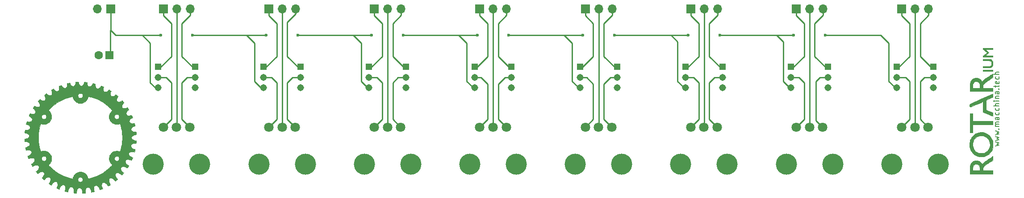
<source format=gtl>
G04 #@! TF.FileFunction,Copper,L1,Top,Signal*
%FSLAX46Y46*%
G04 Gerber Fmt 4.6, Leading zero omitted, Abs format (unit mm)*
G04 Created by KiCad (PCBNEW 4.0.7) date Monday, 21 May 2018 'PMt' 08:29:24 PM*
%MOMM*%
%LPD*%
G01*
G04 APERTURE LIST*
%ADD10C,0.100000*%
%ADD11C,0.150000*%
%ADD12C,0.010000*%
%ADD13R,1.700000X1.700000*%
%ADD14O,1.700000X1.700000*%
%ADD15C,1.800000*%
%ADD16C,4.000000*%
%ADD17R,1.308000X1.308000*%
%ADD18C,1.308000*%
%ADD19R,1.600000X1.600000*%
%ADD20C,1.600000*%
%ADD21C,0.600000*%
%ADD22C,0.250000*%
G04 APERTURE END LIST*
D10*
D11*
X205285714Y-126071428D02*
X205952381Y-125880952D01*
X205476190Y-125690475D01*
X205952381Y-125499999D01*
X205285714Y-125309523D01*
X205285714Y-125023809D02*
X205952381Y-124833333D01*
X205476190Y-124642856D01*
X205952381Y-124452380D01*
X205285714Y-124261904D01*
X205285714Y-123976190D02*
X205952381Y-123785714D01*
X205476190Y-123595237D01*
X205952381Y-123404761D01*
X205285714Y-123214285D01*
X205857143Y-122833333D02*
X205904762Y-122785714D01*
X205952381Y-122833333D01*
X205904762Y-122880952D01*
X205857143Y-122833333D01*
X205952381Y-122833333D01*
X205952381Y-122357143D02*
X205285714Y-122357143D01*
X205380952Y-122357143D02*
X205333333Y-122309524D01*
X205285714Y-122214286D01*
X205285714Y-122071428D01*
X205333333Y-121976190D01*
X205428571Y-121928571D01*
X205952381Y-121928571D01*
X205428571Y-121928571D02*
X205333333Y-121880952D01*
X205285714Y-121785714D01*
X205285714Y-121642857D01*
X205333333Y-121547619D01*
X205428571Y-121500000D01*
X205952381Y-121500000D01*
X205952381Y-120595238D02*
X205428571Y-120595238D01*
X205333333Y-120642857D01*
X205285714Y-120738095D01*
X205285714Y-120928572D01*
X205333333Y-121023810D01*
X205904762Y-120595238D02*
X205952381Y-120690476D01*
X205952381Y-120928572D01*
X205904762Y-121023810D01*
X205809524Y-121071429D01*
X205714286Y-121071429D01*
X205619048Y-121023810D01*
X205571429Y-120928572D01*
X205571429Y-120690476D01*
X205523810Y-120595238D01*
X205904762Y-119690476D02*
X205952381Y-119785714D01*
X205952381Y-119976191D01*
X205904762Y-120071429D01*
X205857143Y-120119048D01*
X205761905Y-120166667D01*
X205476190Y-120166667D01*
X205380952Y-120119048D01*
X205333333Y-120071429D01*
X205285714Y-119976191D01*
X205285714Y-119785714D01*
X205333333Y-119690476D01*
X205904762Y-118833333D02*
X205952381Y-118928571D01*
X205952381Y-119119048D01*
X205904762Y-119214286D01*
X205857143Y-119261905D01*
X205761905Y-119309524D01*
X205476190Y-119309524D01*
X205380952Y-119261905D01*
X205333333Y-119214286D01*
X205285714Y-119119048D01*
X205285714Y-118928571D01*
X205333333Y-118833333D01*
X205952381Y-118404762D02*
X204952381Y-118404762D01*
X205952381Y-117976190D02*
X205428571Y-117976190D01*
X205333333Y-118023809D01*
X205285714Y-118119047D01*
X205285714Y-118261905D01*
X205333333Y-118357143D01*
X205380952Y-118404762D01*
X205952381Y-117500000D02*
X205285714Y-117500000D01*
X204952381Y-117500000D02*
X205000000Y-117547619D01*
X205047619Y-117500000D01*
X205000000Y-117452381D01*
X204952381Y-117500000D01*
X205047619Y-117500000D01*
X205285714Y-117023810D02*
X205952381Y-117023810D01*
X205380952Y-117023810D02*
X205333333Y-116976191D01*
X205285714Y-116880953D01*
X205285714Y-116738095D01*
X205333333Y-116642857D01*
X205428571Y-116595238D01*
X205952381Y-116595238D01*
X205952381Y-115690476D02*
X205428571Y-115690476D01*
X205333333Y-115738095D01*
X205285714Y-115833333D01*
X205285714Y-116023810D01*
X205333333Y-116119048D01*
X205904762Y-115690476D02*
X205952381Y-115785714D01*
X205952381Y-116023810D01*
X205904762Y-116119048D01*
X205809524Y-116166667D01*
X205714286Y-116166667D01*
X205619048Y-116119048D01*
X205571429Y-116023810D01*
X205571429Y-115785714D01*
X205523810Y-115690476D01*
X205857143Y-115214286D02*
X205904762Y-115166667D01*
X205952381Y-115214286D01*
X205904762Y-115261905D01*
X205857143Y-115214286D01*
X205952381Y-115214286D01*
X205285714Y-114880953D02*
X205285714Y-114500001D01*
X204952381Y-114738096D02*
X205809524Y-114738096D01*
X205904762Y-114690477D01*
X205952381Y-114595239D01*
X205952381Y-114500001D01*
X205904762Y-113785714D02*
X205952381Y-113880952D01*
X205952381Y-114071429D01*
X205904762Y-114166667D01*
X205809524Y-114214286D01*
X205428571Y-114214286D01*
X205333333Y-114166667D01*
X205285714Y-114071429D01*
X205285714Y-113880952D01*
X205333333Y-113785714D01*
X205428571Y-113738095D01*
X205523810Y-113738095D01*
X205619048Y-114214286D01*
X205904762Y-112880952D02*
X205952381Y-112976190D01*
X205952381Y-113166667D01*
X205904762Y-113261905D01*
X205857143Y-113309524D01*
X205761905Y-113357143D01*
X205476190Y-113357143D01*
X205380952Y-113309524D01*
X205333333Y-113261905D01*
X205285714Y-113166667D01*
X205285714Y-112976190D01*
X205333333Y-112880952D01*
X205952381Y-112452381D02*
X204952381Y-112452381D01*
X205952381Y-112023809D02*
X205428571Y-112023809D01*
X205333333Y-112071428D01*
X205285714Y-112166666D01*
X205285714Y-112309524D01*
X205333333Y-112404762D01*
X205380952Y-112452381D01*
D12*
G36*
X200365627Y-125518344D02*
X200390358Y-125286096D01*
X200429403Y-125091744D01*
X200432528Y-125080556D01*
X200523954Y-124811238D01*
X200638527Y-124576297D01*
X200787326Y-124357216D01*
X200981434Y-124135478D01*
X201024431Y-124091438D01*
X201272083Y-123867261D01*
X201521760Y-123697670D01*
X201786682Y-123576715D01*
X202080070Y-123498448D01*
X202415145Y-123456919D01*
X202438000Y-123455394D01*
X202811862Y-123461688D01*
X203168685Y-123527141D01*
X203503291Y-123648758D01*
X203810502Y-123823542D01*
X204085139Y-124048497D01*
X204322026Y-124320626D01*
X204515984Y-124636932D01*
X204530626Y-124666375D01*
X204596597Y-124813594D01*
X204657639Y-124970752D01*
X204702127Y-125107543D01*
X204707248Y-125126750D01*
X204737974Y-125290713D01*
X204759778Y-125494445D01*
X204772090Y-125718163D01*
X204774340Y-125942084D01*
X204765955Y-126146423D01*
X204746365Y-126311397D01*
X204742061Y-126333250D01*
X204634632Y-126698364D01*
X204476479Y-127030370D01*
X204271786Y-127325257D01*
X204024741Y-127579014D01*
X203739527Y-127787631D01*
X203420331Y-127947097D01*
X203071337Y-128053400D01*
X202918214Y-128081037D01*
X202535948Y-128106696D01*
X202522419Y-128105448D01*
X202522419Y-127451396D01*
X202774804Y-127444002D01*
X203006352Y-127408851D01*
X203105835Y-127381176D01*
X203391512Y-127254018D01*
X203640035Y-127079274D01*
X203848164Y-126863045D01*
X204012660Y-126611429D01*
X204130283Y-126330526D01*
X204197795Y-126026435D01*
X204211955Y-125705255D01*
X204170332Y-125376877D01*
X204076582Y-125080117D01*
X203931328Y-124813231D01*
X203741338Y-124580869D01*
X203513384Y-124387683D01*
X203254235Y-124238323D01*
X202970663Y-124137440D01*
X202669437Y-124089685D01*
X202357327Y-124099708D01*
X202318937Y-124105095D01*
X202015507Y-124182310D01*
X201737122Y-124314737D01*
X201489817Y-124496998D01*
X201279629Y-124723716D01*
X201112592Y-124989515D01*
X200996403Y-125283326D01*
X200966207Y-125436908D01*
X200949924Y-125629670D01*
X200947631Y-125838816D01*
X200959406Y-126041549D01*
X200985327Y-126215074D01*
X200993110Y-126247738D01*
X201101152Y-126544766D01*
X201259560Y-126810621D01*
X201462371Y-127038911D01*
X201703620Y-127223245D01*
X201977345Y-127357232D01*
X202052239Y-127382766D01*
X202273471Y-127430996D01*
X202522419Y-127451396D01*
X202522419Y-128105448D01*
X202168701Y-128072816D01*
X201821200Y-127982518D01*
X201498173Y-127838922D01*
X201204348Y-127645151D01*
X200944453Y-127404324D01*
X200723215Y-127119564D01*
X200545362Y-126793992D01*
X200415623Y-126430728D01*
X200415015Y-126428500D01*
X200379905Y-126243566D01*
X200360142Y-126016968D01*
X200355469Y-125768598D01*
X200365627Y-125518344D01*
X200365627Y-125518344D01*
G37*
X200365627Y-125518344D02*
X200390358Y-125286096D01*
X200429403Y-125091744D01*
X200432528Y-125080556D01*
X200523954Y-124811238D01*
X200638527Y-124576297D01*
X200787326Y-124357216D01*
X200981434Y-124135478D01*
X201024431Y-124091438D01*
X201272083Y-123867261D01*
X201521760Y-123697670D01*
X201786682Y-123576715D01*
X202080070Y-123498448D01*
X202415145Y-123456919D01*
X202438000Y-123455394D01*
X202811862Y-123461688D01*
X203168685Y-123527141D01*
X203503291Y-123648758D01*
X203810502Y-123823542D01*
X204085139Y-124048497D01*
X204322026Y-124320626D01*
X204515984Y-124636932D01*
X204530626Y-124666375D01*
X204596597Y-124813594D01*
X204657639Y-124970752D01*
X204702127Y-125107543D01*
X204707248Y-125126750D01*
X204737974Y-125290713D01*
X204759778Y-125494445D01*
X204772090Y-125718163D01*
X204774340Y-125942084D01*
X204765955Y-126146423D01*
X204746365Y-126311397D01*
X204742061Y-126333250D01*
X204634632Y-126698364D01*
X204476479Y-127030370D01*
X204271786Y-127325257D01*
X204024741Y-127579014D01*
X203739527Y-127787631D01*
X203420331Y-127947097D01*
X203071337Y-128053400D01*
X202918214Y-128081037D01*
X202535948Y-128106696D01*
X202522419Y-128105448D01*
X202522419Y-127451396D01*
X202774804Y-127444002D01*
X203006352Y-127408851D01*
X203105835Y-127381176D01*
X203391512Y-127254018D01*
X203640035Y-127079274D01*
X203848164Y-126863045D01*
X204012660Y-126611429D01*
X204130283Y-126330526D01*
X204197795Y-126026435D01*
X204211955Y-125705255D01*
X204170332Y-125376877D01*
X204076582Y-125080117D01*
X203931328Y-124813231D01*
X203741338Y-124580869D01*
X203513384Y-124387683D01*
X203254235Y-124238323D01*
X202970663Y-124137440D01*
X202669437Y-124089685D01*
X202357327Y-124099708D01*
X202318937Y-124105095D01*
X202015507Y-124182310D01*
X201737122Y-124314737D01*
X201489817Y-124496998D01*
X201279629Y-124723716D01*
X201112592Y-124989515D01*
X200996403Y-125283326D01*
X200966207Y-125436908D01*
X200949924Y-125629670D01*
X200947631Y-125838816D01*
X200959406Y-126041549D01*
X200985327Y-126215074D01*
X200993110Y-126247738D01*
X201101152Y-126544766D01*
X201259560Y-126810621D01*
X201462371Y-127038911D01*
X201703620Y-127223245D01*
X201977345Y-127357232D01*
X202052239Y-127382766D01*
X202273471Y-127430996D01*
X202522419Y-127451396D01*
X202522419Y-128105448D01*
X202168701Y-128072816D01*
X201821200Y-127982518D01*
X201498173Y-127838922D01*
X201204348Y-127645151D01*
X200944453Y-127404324D01*
X200723215Y-127119564D01*
X200545362Y-126793992D01*
X200415623Y-126430728D01*
X200415015Y-126428500D01*
X200379905Y-126243566D01*
X200360142Y-126016968D01*
X200355469Y-125768598D01*
X200365627Y-125518344D01*
G36*
X203541312Y-110897519D02*
X203785797Y-110892546D01*
X203975598Y-110885365D01*
X204119531Y-110874092D01*
X204226411Y-110856844D01*
X204305054Y-110831737D01*
X204364275Y-110796888D01*
X204412890Y-110750412D01*
X204450289Y-110703298D01*
X204498607Y-110598170D01*
X204526101Y-110455888D01*
X204531555Y-110299693D01*
X204513755Y-110152829D01*
X204483838Y-110061569D01*
X204445709Y-109988568D01*
X204403627Y-109932190D01*
X204349286Y-109890298D01*
X204274378Y-109860757D01*
X204170595Y-109841433D01*
X204029629Y-109830188D01*
X203843173Y-109824888D01*
X203602920Y-109823397D01*
X203557187Y-109823369D01*
X202882500Y-109823250D01*
X202882500Y-109537500D01*
X203511737Y-109537500D01*
X203764942Y-109539147D01*
X203962870Y-109544408D01*
X204113668Y-109553770D01*
X204225482Y-109567714D01*
X204298415Y-109584255D01*
X204469930Y-109667480D01*
X204615857Y-109804382D01*
X204709931Y-109950250D01*
X204749690Y-110071346D01*
X204772524Y-110230940D01*
X204777557Y-110406091D01*
X204763913Y-110573859D01*
X204738184Y-110689794D01*
X204661819Y-110845146D01*
X204545540Y-110982011D01*
X204406287Y-111082935D01*
X204322679Y-111117825D01*
X204231968Y-111133709D01*
X204081049Y-111145572D01*
X203873098Y-111153258D01*
X203611290Y-111156609D01*
X203537628Y-111156750D01*
X202882500Y-111156750D01*
X202882500Y-110908300D01*
X203541312Y-110897519D01*
X203541312Y-110897519D01*
G37*
X203541312Y-110897519D02*
X203785797Y-110892546D01*
X203975598Y-110885365D01*
X204119531Y-110874092D01*
X204226411Y-110856844D01*
X204305054Y-110831737D01*
X204364275Y-110796888D01*
X204412890Y-110750412D01*
X204450289Y-110703298D01*
X204498607Y-110598170D01*
X204526101Y-110455888D01*
X204531555Y-110299693D01*
X204513755Y-110152829D01*
X204483838Y-110061569D01*
X204445709Y-109988568D01*
X204403627Y-109932190D01*
X204349286Y-109890298D01*
X204274378Y-109860757D01*
X204170595Y-109841433D01*
X204029629Y-109830188D01*
X203843173Y-109824888D01*
X203602920Y-109823397D01*
X203557187Y-109823369D01*
X202882500Y-109823250D01*
X202882500Y-109537500D01*
X203511737Y-109537500D01*
X203764942Y-109539147D01*
X203962870Y-109544408D01*
X204113668Y-109553770D01*
X204225482Y-109567714D01*
X204298415Y-109584255D01*
X204469930Y-109667480D01*
X204615857Y-109804382D01*
X204709931Y-109950250D01*
X204749690Y-110071346D01*
X204772524Y-110230940D01*
X204777557Y-110406091D01*
X204763913Y-110573859D01*
X204738184Y-110689794D01*
X204661819Y-110845146D01*
X204545540Y-110982011D01*
X204406287Y-111082935D01*
X204322679Y-111117825D01*
X204231968Y-111133709D01*
X204081049Y-111145572D01*
X203873098Y-111153258D01*
X203611290Y-111156609D01*
X203537628Y-111156750D01*
X202882500Y-111156750D01*
X202882500Y-110908300D01*
X203541312Y-110897519D01*
G36*
X204755750Y-111537750D02*
X204755750Y-111823500D01*
X202882500Y-111823500D01*
X202882500Y-111537750D01*
X204755750Y-111537750D01*
X204755750Y-111537750D01*
G37*
X204755750Y-111537750D02*
X204755750Y-111823500D01*
X202882500Y-111823500D01*
X202882500Y-111537750D01*
X204755750Y-111537750D01*
G36*
X202884511Y-108983213D02*
X202895411Y-108940916D01*
X202922500Y-108896956D01*
X202973077Y-108843044D01*
X203054444Y-108770892D01*
X203173900Y-108672214D01*
X203263500Y-108599570D01*
X203394446Y-108493244D01*
X203505965Y-108401927D01*
X203589621Y-108332589D01*
X203636979Y-108292197D01*
X203644500Y-108284818D01*
X203620944Y-108263991D01*
X203556001Y-108210893D01*
X203458251Y-108132435D01*
X203336277Y-108035527D01*
X203264930Y-107979195D01*
X203120044Y-107864546D01*
X203017669Y-107780674D01*
X202950384Y-107719124D01*
X202910768Y-107671443D01*
X202891400Y-107629177D01*
X202884858Y-107583873D01*
X202883930Y-107545188D01*
X202882500Y-107410250D01*
X204755750Y-107410250D01*
X204755750Y-107696000D01*
X203318695Y-107696000D01*
X203670535Y-107973813D01*
X203797247Y-108076092D01*
X203903916Y-108166433D01*
X203981475Y-108236828D01*
X204020855Y-108279269D01*
X204023937Y-108285930D01*
X204000888Y-108316957D01*
X203936481Y-108378872D01*
X203839596Y-108463722D01*
X203719112Y-108563555D01*
X203669410Y-108603430D01*
X203313320Y-108886625D01*
X204755750Y-108903693D01*
X204755750Y-109156500D01*
X202882500Y-109156500D01*
X202882500Y-109032134D01*
X202884511Y-108983213D01*
X202884511Y-108983213D01*
G37*
X202884511Y-108983213D02*
X202895411Y-108940916D01*
X202922500Y-108896956D01*
X202973077Y-108843044D01*
X203054444Y-108770892D01*
X203173900Y-108672214D01*
X203263500Y-108599570D01*
X203394446Y-108493244D01*
X203505965Y-108401927D01*
X203589621Y-108332589D01*
X203636979Y-108292197D01*
X203644500Y-108284818D01*
X203620944Y-108263991D01*
X203556001Y-108210893D01*
X203458251Y-108132435D01*
X203336277Y-108035527D01*
X203264930Y-107979195D01*
X203120044Y-107864546D01*
X203017669Y-107780674D01*
X202950384Y-107719124D01*
X202910768Y-107671443D01*
X202891400Y-107629177D01*
X202884858Y-107583873D01*
X202883930Y-107545188D01*
X202882500Y-107410250D01*
X204755750Y-107410250D01*
X204755750Y-107696000D01*
X203318695Y-107696000D01*
X203670535Y-107973813D01*
X203797247Y-108076092D01*
X203903916Y-108166433D01*
X203981475Y-108236828D01*
X204020855Y-108279269D01*
X204023937Y-108285930D01*
X204000888Y-108316957D01*
X203936481Y-108378872D01*
X203839596Y-108463722D01*
X203719112Y-108563555D01*
X203669410Y-108603430D01*
X203313320Y-108886625D01*
X204755750Y-108903693D01*
X204755750Y-109156500D01*
X202882500Y-109156500D01*
X202882500Y-109032134D01*
X202884511Y-108983213D01*
G36*
X200406551Y-130690938D02*
X200409333Y-130396602D01*
X200418025Y-130155847D01*
X200433958Y-129958918D01*
X200458464Y-129796061D01*
X200492874Y-129657522D01*
X200538521Y-129533546D01*
X200575236Y-129455385D01*
X200709268Y-129252355D01*
X200885518Y-129077478D01*
X201086658Y-128947735D01*
X201099566Y-128941556D01*
X201190457Y-128902393D01*
X201273818Y-128877545D01*
X201368792Y-128863871D01*
X201494523Y-128858229D01*
X201612500Y-128857375D01*
X201778160Y-128859816D01*
X201898348Y-128868837D01*
X201990961Y-128886988D01*
X202073898Y-128916816D01*
X202094327Y-128925984D01*
X202264791Y-129028766D01*
X202426131Y-129168568D01*
X202556637Y-129325204D01*
X202599372Y-129395526D01*
X202674366Y-129536891D01*
X202849870Y-129354052D01*
X202954505Y-129250265D01*
X203066614Y-129150972D01*
X203195389Y-129049353D01*
X203350023Y-128938589D01*
X203539709Y-128811859D01*
X203773638Y-128662346D01*
X203829903Y-128627002D01*
X204000464Y-128518414D01*
X204173229Y-128405469D01*
X204331453Y-128299304D01*
X204458396Y-128211056D01*
X204493812Y-128185376D01*
X204724000Y-128015547D01*
X204723444Y-128388836D01*
X204722889Y-128762125D01*
X204366257Y-128994789D01*
X204191375Y-129108722D01*
X203995238Y-129236255D01*
X203804536Y-129360043D01*
X203675611Y-129443565D01*
X203445332Y-129605285D01*
X203245264Y-129771222D01*
X203082175Y-129934469D01*
X202962832Y-130088119D01*
X202894003Y-130225267D01*
X202887437Y-130247921D01*
X202864555Y-130374077D01*
X202851741Y-130513215D01*
X202850750Y-130554185D01*
X202850750Y-130714750D01*
X204724000Y-130714750D01*
X204724000Y-131349750D01*
X200945750Y-131349750D01*
X200945750Y-130714750D01*
X202311000Y-130714750D01*
X202310759Y-130579813D01*
X202306895Y-130482612D01*
X202296897Y-130348655D01*
X202282779Y-130204164D01*
X202280006Y-130179492D01*
X202243253Y-129966299D01*
X202184515Y-129803747D01*
X202097558Y-129680960D01*
X201976145Y-129587062D01*
X201924226Y-129558945D01*
X201723082Y-129490036D01*
X201526078Y-129483433D01*
X201338791Y-129538304D01*
X201166793Y-129653815D01*
X201143317Y-129675681D01*
X201055826Y-129788145D01*
X200995309Y-129934241D01*
X200959462Y-130122443D01*
X200945984Y-130361228D01*
X200945750Y-130403013D01*
X200945750Y-130714750D01*
X200945750Y-131349750D01*
X200406000Y-131349750D01*
X200406551Y-130690938D01*
X200406551Y-130690938D01*
G37*
X200406551Y-130690938D02*
X200409333Y-130396602D01*
X200418025Y-130155847D01*
X200433958Y-129958918D01*
X200458464Y-129796061D01*
X200492874Y-129657522D01*
X200538521Y-129533546D01*
X200575236Y-129455385D01*
X200709268Y-129252355D01*
X200885518Y-129077478D01*
X201086658Y-128947735D01*
X201099566Y-128941556D01*
X201190457Y-128902393D01*
X201273818Y-128877545D01*
X201368792Y-128863871D01*
X201494523Y-128858229D01*
X201612500Y-128857375D01*
X201778160Y-128859816D01*
X201898348Y-128868837D01*
X201990961Y-128886988D01*
X202073898Y-128916816D01*
X202094327Y-128925984D01*
X202264791Y-129028766D01*
X202426131Y-129168568D01*
X202556637Y-129325204D01*
X202599372Y-129395526D01*
X202674366Y-129536891D01*
X202849870Y-129354052D01*
X202954505Y-129250265D01*
X203066614Y-129150972D01*
X203195389Y-129049353D01*
X203350023Y-128938589D01*
X203539709Y-128811859D01*
X203773638Y-128662346D01*
X203829903Y-128627002D01*
X204000464Y-128518414D01*
X204173229Y-128405469D01*
X204331453Y-128299304D01*
X204458396Y-128211056D01*
X204493812Y-128185376D01*
X204724000Y-128015547D01*
X204723444Y-128388836D01*
X204722889Y-128762125D01*
X204366257Y-128994789D01*
X204191375Y-129108722D01*
X203995238Y-129236255D01*
X203804536Y-129360043D01*
X203675611Y-129443565D01*
X203445332Y-129605285D01*
X203245264Y-129771222D01*
X203082175Y-129934469D01*
X202962832Y-130088119D01*
X202894003Y-130225267D01*
X202887437Y-130247921D01*
X202864555Y-130374077D01*
X202851741Y-130513215D01*
X202850750Y-130554185D01*
X202850750Y-130714750D01*
X204724000Y-130714750D01*
X204724000Y-131349750D01*
X200945750Y-131349750D01*
X200945750Y-130714750D01*
X202311000Y-130714750D01*
X202310759Y-130579813D01*
X202306895Y-130482612D01*
X202296897Y-130348655D01*
X202282779Y-130204164D01*
X202280006Y-130179492D01*
X202243253Y-129966299D01*
X202184515Y-129803747D01*
X202097558Y-129680960D01*
X201976145Y-129587062D01*
X201924226Y-129558945D01*
X201723082Y-129490036D01*
X201526078Y-129483433D01*
X201338791Y-129538304D01*
X201166793Y-129653815D01*
X201143317Y-129675681D01*
X201055826Y-129788145D01*
X200995309Y-129934241D01*
X200959462Y-130122443D01*
X200945984Y-130361228D01*
X200945750Y-130403013D01*
X200945750Y-130714750D01*
X200945750Y-131349750D01*
X200406000Y-131349750D01*
X200406551Y-130690938D01*
G36*
X200945750Y-119856250D02*
X200945750Y-121348500D01*
X204724000Y-121348500D01*
X204724000Y-121983500D01*
X200945750Y-121983500D01*
X200945750Y-123475750D01*
X200406000Y-123475750D01*
X200406000Y-119856250D01*
X200945750Y-119856250D01*
X200945750Y-119856250D01*
G37*
X200945750Y-119856250D02*
X200945750Y-121348500D01*
X204724000Y-121348500D01*
X204724000Y-121983500D01*
X200945750Y-121983500D01*
X200945750Y-123475750D01*
X200406000Y-123475750D01*
X200406000Y-119856250D01*
X200945750Y-119856250D01*
G36*
X200380876Y-118291507D02*
X200390125Y-118068207D01*
X202549125Y-117105978D01*
X204708125Y-116143748D01*
X204717721Y-116301374D01*
X204721600Y-116435726D01*
X204719650Y-116580268D01*
X204717721Y-116621279D01*
X204708125Y-116783558D01*
X203469875Y-117338046D01*
X203469875Y-119200234D01*
X204089000Y-119460109D01*
X204708125Y-119719985D01*
X204717159Y-120040848D01*
X204726193Y-120361712D01*
X204637784Y-120328998D01*
X204586155Y-120308179D01*
X204484640Y-120265776D01*
X204341658Y-120205360D01*
X204165628Y-120130501D01*
X203964968Y-120044772D01*
X203748097Y-119951743D01*
X203723875Y-119941330D01*
X202898375Y-119586375D01*
X202902880Y-118592108D01*
X202903571Y-118295543D01*
X202902584Y-118058289D01*
X202899785Y-117876175D01*
X202895037Y-117745029D01*
X202888206Y-117660683D01*
X202879157Y-117618964D01*
X202871130Y-117613006D01*
X202834880Y-117629008D01*
X202747250Y-117668055D01*
X202614803Y-117727212D01*
X202444101Y-117803543D01*
X202241708Y-117894114D01*
X202014185Y-117995991D01*
X201768096Y-118106238D01*
X201731304Y-118122725D01*
X200627733Y-118617280D01*
X200499681Y-118566043D01*
X200371628Y-118514807D01*
X200380876Y-118291507D01*
X200380876Y-118291507D01*
G37*
X200380876Y-118291507D02*
X200390125Y-118068207D01*
X202549125Y-117105978D01*
X204708125Y-116143748D01*
X204717721Y-116301374D01*
X204721600Y-116435726D01*
X204719650Y-116580268D01*
X204717721Y-116621279D01*
X204708125Y-116783558D01*
X203469875Y-117338046D01*
X203469875Y-119200234D01*
X204089000Y-119460109D01*
X204708125Y-119719985D01*
X204717159Y-120040848D01*
X204726193Y-120361712D01*
X204637784Y-120328998D01*
X204586155Y-120308179D01*
X204484640Y-120265776D01*
X204341658Y-120205360D01*
X204165628Y-120130501D01*
X203964968Y-120044772D01*
X203748097Y-119951743D01*
X203723875Y-119941330D01*
X202898375Y-119586375D01*
X202902880Y-118592108D01*
X202903571Y-118295543D01*
X202902584Y-118058289D01*
X202899785Y-117876175D01*
X202895037Y-117745029D01*
X202888206Y-117660683D01*
X202879157Y-117618964D01*
X202871130Y-117613006D01*
X202834880Y-117629008D01*
X202747250Y-117668055D01*
X202614803Y-117727212D01*
X202444101Y-117803543D01*
X202241708Y-117894114D01*
X202014185Y-117995991D01*
X201768096Y-118106238D01*
X201731304Y-118122725D01*
X200627733Y-118617280D01*
X200499681Y-118566043D01*
X200371628Y-118514807D01*
X200380876Y-118291507D01*
G36*
X200406551Y-114974688D02*
X200410022Y-114658560D01*
X200421315Y-114396825D01*
X200442616Y-114180630D01*
X200476112Y-114001119D01*
X200523990Y-113849436D01*
X200588436Y-113716727D01*
X200671639Y-113594136D01*
X200775784Y-113472807D01*
X200778054Y-113470377D01*
X200965386Y-113307870D01*
X201175877Y-113200057D01*
X201419280Y-113142388D01*
X201498660Y-113134300D01*
X201773687Y-113137543D01*
X202017913Y-113192881D01*
X202235182Y-113302537D01*
X202429339Y-113468735D01*
X202604228Y-113693702D01*
X202679175Y-113817371D01*
X202701753Y-113800466D01*
X202757418Y-113747191D01*
X202835878Y-113667547D01*
X202870828Y-113631085D01*
X202954031Y-113546694D01*
X203039677Y-113467466D01*
X203135559Y-113387664D01*
X203249468Y-113301555D01*
X203389197Y-113203401D01*
X203562538Y-113087468D01*
X203777282Y-112948019D01*
X203942864Y-112841985D01*
X204111278Y-112733551D01*
X204269337Y-112629994D01*
X204405925Y-112538732D01*
X204509922Y-112467186D01*
X204566558Y-112425714D01*
X204640101Y-112370391D01*
X204692260Y-112336506D01*
X204704756Y-112331500D01*
X204712367Y-112361149D01*
X204718556Y-112441697D01*
X204722654Y-112560550D01*
X204724000Y-112693018D01*
X204724000Y-113054536D01*
X204335062Y-113306566D01*
X204170679Y-113412449D01*
X204000814Y-113520783D01*
X203844200Y-113619684D01*
X203719573Y-113697267D01*
X203706723Y-113705152D01*
X203523190Y-113829144D01*
X203342661Y-113971924D01*
X203178561Y-114121305D01*
X203044314Y-114265097D01*
X202955710Y-114387031D01*
X202906354Y-114487480D01*
X202876405Y-114596568D01*
X202859752Y-114738668D01*
X202857050Y-114780480D01*
X202842591Y-115030250D01*
X204724000Y-115030250D01*
X204724000Y-115633500D01*
X200945750Y-115633500D01*
X200945750Y-115030250D01*
X201607208Y-115030250D01*
X201806289Y-115029155D01*
X201983728Y-115026093D01*
X202129750Y-115021406D01*
X202234578Y-115015432D01*
X202288437Y-115008511D01*
X202293065Y-115006438D01*
X202302068Y-114965024D01*
X202304253Y-114875758D01*
X202300603Y-114753806D01*
X202292099Y-114614335D01*
X202279723Y-114472511D01*
X202264457Y-114343502D01*
X202247281Y-114242474D01*
X202242239Y-114221171D01*
X202189922Y-114105341D01*
X202098643Y-113984914D01*
X202077493Y-113962889D01*
X201913641Y-113839442D01*
X201733203Y-113773460D01*
X201546327Y-113764951D01*
X201363156Y-113813919D01*
X201193837Y-113920372D01*
X201148428Y-113962343D01*
X201068084Y-114058544D01*
X201010777Y-114168701D01*
X200973382Y-114304659D01*
X200952770Y-114478265D01*
X200945815Y-114701366D01*
X200945750Y-114730188D01*
X200945750Y-115030250D01*
X200945750Y-115633500D01*
X200406000Y-115633500D01*
X200406551Y-114974688D01*
X200406551Y-114974688D01*
G37*
X200406551Y-114974688D02*
X200410022Y-114658560D01*
X200421315Y-114396825D01*
X200442616Y-114180630D01*
X200476112Y-114001119D01*
X200523990Y-113849436D01*
X200588436Y-113716727D01*
X200671639Y-113594136D01*
X200775784Y-113472807D01*
X200778054Y-113470377D01*
X200965386Y-113307870D01*
X201175877Y-113200057D01*
X201419280Y-113142388D01*
X201498660Y-113134300D01*
X201773687Y-113137543D01*
X202017913Y-113192881D01*
X202235182Y-113302537D01*
X202429339Y-113468735D01*
X202604228Y-113693702D01*
X202679175Y-113817371D01*
X202701753Y-113800466D01*
X202757418Y-113747191D01*
X202835878Y-113667547D01*
X202870828Y-113631085D01*
X202954031Y-113546694D01*
X203039677Y-113467466D01*
X203135559Y-113387664D01*
X203249468Y-113301555D01*
X203389197Y-113203401D01*
X203562538Y-113087468D01*
X203777282Y-112948019D01*
X203942864Y-112841985D01*
X204111278Y-112733551D01*
X204269337Y-112629994D01*
X204405925Y-112538732D01*
X204509922Y-112467186D01*
X204566558Y-112425714D01*
X204640101Y-112370391D01*
X204692260Y-112336506D01*
X204704756Y-112331500D01*
X204712367Y-112361149D01*
X204718556Y-112441697D01*
X204722654Y-112560550D01*
X204724000Y-112693018D01*
X204724000Y-113054536D01*
X204335062Y-113306566D01*
X204170679Y-113412449D01*
X204000814Y-113520783D01*
X203844200Y-113619684D01*
X203719573Y-113697267D01*
X203706723Y-113705152D01*
X203523190Y-113829144D01*
X203342661Y-113971924D01*
X203178561Y-114121305D01*
X203044314Y-114265097D01*
X202955710Y-114387031D01*
X202906354Y-114487480D01*
X202876405Y-114596568D01*
X202859752Y-114738668D01*
X202857050Y-114780480D01*
X202842591Y-115030250D01*
X204724000Y-115030250D01*
X204724000Y-115633500D01*
X200945750Y-115633500D01*
X200945750Y-115030250D01*
X201607208Y-115030250D01*
X201806289Y-115029155D01*
X201983728Y-115026093D01*
X202129750Y-115021406D01*
X202234578Y-115015432D01*
X202288437Y-115008511D01*
X202293065Y-115006438D01*
X202302068Y-114965024D01*
X202304253Y-114875758D01*
X202300603Y-114753806D01*
X202292099Y-114614335D01*
X202279723Y-114472511D01*
X202264457Y-114343502D01*
X202247281Y-114242474D01*
X202242239Y-114221171D01*
X202189922Y-114105341D01*
X202098643Y-113984914D01*
X202077493Y-113962889D01*
X201913641Y-113839442D01*
X201733203Y-113773460D01*
X201546327Y-113764951D01*
X201363156Y-113813919D01*
X201193837Y-113920372D01*
X201148428Y-113962343D01*
X201068084Y-114058544D01*
X201010777Y-114168701D01*
X200973382Y-114304659D01*
X200952770Y-114478265D01*
X200945815Y-114701366D01*
X200945750Y-114730188D01*
X200945750Y-115030250D01*
X200945750Y-115633500D01*
X200406000Y-115633500D01*
X200406551Y-114974688D01*
G36*
X31398417Y-114000543D02*
X31450610Y-114167677D01*
X31520589Y-114313140D01*
X31605604Y-114432814D01*
X31702905Y-114522578D01*
X31775060Y-114564605D01*
X31883408Y-114595096D01*
X31991176Y-114590347D01*
X32095449Y-114552674D01*
X32193310Y-114484392D01*
X32281845Y-114387820D01*
X32358137Y-114265272D01*
X32419269Y-114119065D01*
X32444521Y-114032798D01*
X32465886Y-113957627D01*
X32485128Y-113913320D01*
X32505400Y-113893484D01*
X32514457Y-113890974D01*
X32546323Y-113891081D01*
X32606807Y-113894728D01*
X32687132Y-113901282D01*
X32775408Y-113909789D01*
X33001185Y-113933111D01*
X33012976Y-114074222D01*
X33037354Y-114248028D01*
X33080713Y-114396002D01*
X33145879Y-114526300D01*
X33193580Y-114595414D01*
X33250222Y-114649470D01*
X33327973Y-114698332D01*
X33412336Y-114734602D01*
X33488815Y-114750882D01*
X33498768Y-114751143D01*
X33580280Y-114737323D01*
X33674186Y-114700170D01*
X33768280Y-114644825D01*
X33791608Y-114627831D01*
X33844364Y-114576515D01*
X33904509Y-114500743D01*
X33965060Y-114410838D01*
X34019038Y-114317123D01*
X34057801Y-114234148D01*
X34084111Y-114180305D01*
X34111260Y-114143556D01*
X34125677Y-114134201D01*
X34154960Y-114136550D01*
X34212237Y-114147280D01*
X34289253Y-114164663D01*
X34377756Y-114186971D01*
X34378278Y-114187109D01*
X34600445Y-114245890D01*
X34600445Y-114494019D01*
X34600947Y-114597156D01*
X34603366Y-114671855D01*
X34609067Y-114727305D01*
X34619415Y-114772693D01*
X34635779Y-114817209D01*
X34654854Y-114859963D01*
X34726736Y-114981362D01*
X34812989Y-115068959D01*
X34911042Y-115122555D01*
X35018324Y-115141948D01*
X35132263Y-115126936D01*
X35250289Y-115077320D01*
X35369829Y-114992897D01*
X35444762Y-114921746D01*
X35505176Y-114852231D01*
X35563984Y-114774433D01*
X35605915Y-114709404D01*
X35642802Y-114649471D01*
X35670389Y-114619308D01*
X35693602Y-114613849D01*
X35697610Y-114615066D01*
X35787721Y-114650724D01*
X35879614Y-114690139D01*
X35966765Y-114730142D01*
X36042652Y-114767563D01*
X36100752Y-114799233D01*
X36134542Y-114821981D01*
X36140420Y-114830249D01*
X36134369Y-114860319D01*
X36121349Y-114914557D01*
X36105454Y-114976343D01*
X36086434Y-115072818D01*
X36079187Y-115180701D01*
X36080763Y-115277380D01*
X36086009Y-115368355D01*
X36094679Y-115434078D01*
X36109544Y-115486923D01*
X36133372Y-115539261D01*
X36143693Y-115558565D01*
X36197416Y-115637461D01*
X36259505Y-115699096D01*
X36273410Y-115709083D01*
X36318630Y-115735329D01*
X36363474Y-115750145D01*
X36421257Y-115756507D01*
X36490038Y-115757493D01*
X36589499Y-115750652D01*
X36678453Y-115728635D01*
X36763979Y-115687720D01*
X36853159Y-115624188D01*
X36953074Y-115534316D01*
X36996395Y-115491409D01*
X37153382Y-115332852D01*
X37367987Y-115466816D01*
X37446729Y-115516583D01*
X37512485Y-115559313D01*
X37559394Y-115591106D01*
X37581592Y-115608064D01*
X37582593Y-115609534D01*
X37574782Y-115629843D01*
X37554724Y-115672604D01*
X37537215Y-115707837D01*
X37482680Y-115840791D01*
X37446235Y-115983618D01*
X37429268Y-116125924D01*
X37433166Y-116257319D01*
X37451903Y-116346550D01*
X37503933Y-116455778D01*
X37579271Y-116537404D01*
X37674727Y-116590539D01*
X37787105Y-116614294D01*
X37913214Y-116607782D01*
X38049861Y-116570112D01*
X38129598Y-116535174D01*
X38214993Y-116486916D01*
X38304311Y-116427085D01*
X38377887Y-116368908D01*
X38486441Y-116271889D01*
X38613072Y-116377284D01*
X38681715Y-116434697D01*
X38749147Y-116491569D01*
X38802809Y-116537298D01*
X38811210Y-116544542D01*
X38882715Y-116606406D01*
X38798910Y-116731381D01*
X38706702Y-116892510D01*
X38648600Y-117052099D01*
X38622628Y-117209088D01*
X38627167Y-117345231D01*
X38661949Y-117460199D01*
X38725112Y-117551944D01*
X38814790Y-117618418D01*
X38929119Y-117657570D01*
X39040134Y-117667852D01*
X39166514Y-117653991D01*
X39304407Y-117615451D01*
X39441642Y-117556797D01*
X39566052Y-117482594D01*
X39598520Y-117458404D01*
X39667114Y-117404390D01*
X39778178Y-117531417D01*
X39837158Y-117599565D01*
X39894600Y-117667097D01*
X39940132Y-117721792D01*
X39948605Y-117732234D01*
X40007968Y-117806024D01*
X39900440Y-117920972D01*
X39836082Y-117998217D01*
X39770893Y-118090045D01*
X39719197Y-118176198D01*
X39679316Y-118257527D01*
X39655411Y-118324357D01*
X39642604Y-118393510D01*
X39637235Y-118458952D01*
X39634658Y-118540746D01*
X39639594Y-118599075D01*
X39654004Y-118647693D01*
X39668654Y-118679180D01*
X39730755Y-118768872D01*
X39813997Y-118832869D01*
X39921497Y-118872692D01*
X40056373Y-118889857D01*
X40103171Y-118890815D01*
X40258180Y-118878880D01*
X40407398Y-118840951D01*
X40561941Y-118774579D01*
X40618549Y-118747176D01*
X40659933Y-118729344D01*
X40676822Y-118724954D01*
X40695787Y-118752790D01*
X40727098Y-118803208D01*
X40766400Y-118868706D01*
X40809336Y-118941783D01*
X40851549Y-119014935D01*
X40888684Y-119080662D01*
X40916384Y-119131462D01*
X40930292Y-119159833D01*
X40931124Y-119162865D01*
X40916071Y-119183432D01*
X40878427Y-119213455D01*
X40853952Y-119229482D01*
X40777574Y-119286817D01*
X40693333Y-119366703D01*
X40610877Y-119458388D01*
X40539854Y-119551115D01*
X40489913Y-119634131D01*
X40488772Y-119636506D01*
X40445098Y-119761971D01*
X40433353Y-119883948D01*
X40453682Y-119996253D01*
X40478992Y-120052371D01*
X40551643Y-120143226D01*
X40651006Y-120211418D01*
X40773181Y-120256163D01*
X40914267Y-120276679D01*
X41070363Y-120272185D01*
X41237567Y-120241898D01*
X41314496Y-120219931D01*
X41456783Y-120174747D01*
X41551688Y-120399464D01*
X41587269Y-120484935D01*
X41616771Y-120558131D01*
X41637413Y-120611980D01*
X41646418Y-120639414D01*
X41646593Y-120640842D01*
X41630981Y-120656236D01*
X41589109Y-120683683D01*
X41528423Y-120718508D01*
X41491860Y-120738004D01*
X41347129Y-120827010D01*
X41223107Y-120930902D01*
X41123754Y-121044978D01*
X41053029Y-121164540D01*
X41014894Y-121284888D01*
X41011598Y-121307992D01*
X41016439Y-121417444D01*
X41054268Y-121516239D01*
X41121457Y-121602392D01*
X41214378Y-121673920D01*
X41329404Y-121728837D01*
X41462905Y-121765159D01*
X41611255Y-121780903D01*
X41770824Y-121774083D01*
X41844148Y-121763335D01*
X41914683Y-121751645D01*
X41969496Y-121744273D01*
X41999343Y-121742405D01*
X42002038Y-121743088D01*
X42009463Y-121763399D01*
X42022921Y-121811913D01*
X42040370Y-121880081D01*
X42059767Y-121959353D01*
X42079073Y-122041180D01*
X42096243Y-122117011D01*
X42109237Y-122178297D01*
X42116013Y-122216488D01*
X42116536Y-122222510D01*
X42100988Y-122245820D01*
X42051782Y-122266344D01*
X42018966Y-122274825D01*
X41898828Y-122313097D01*
X41770838Y-122371366D01*
X41650255Y-122441763D01*
X41554720Y-122514261D01*
X41449930Y-122626533D01*
X41382433Y-122741525D01*
X41352565Y-122854110D01*
X41358850Y-122955231D01*
X41397292Y-123055866D01*
X41463333Y-123147275D01*
X41539332Y-123212254D01*
X41639067Y-123272315D01*
X41737780Y-123314766D01*
X41845889Y-123342577D01*
X41973814Y-123358721D01*
X42072674Y-123364372D01*
X42301200Y-123373153D01*
X42312035Y-123488540D01*
X42319317Y-123568430D01*
X42327741Y-123664270D01*
X42335016Y-123749741D01*
X42347162Y-123895556D01*
X42290162Y-123895556D01*
X42198492Y-123903270D01*
X42087158Y-123924095D01*
X41970273Y-123954551D01*
X41861950Y-123991163D01*
X41806944Y-124014634D01*
X41672490Y-124092775D01*
X41568830Y-124183092D01*
X41496895Y-124282479D01*
X41457617Y-124387827D01*
X41451928Y-124496029D01*
X41480759Y-124603977D01*
X41545043Y-124708563D01*
X41585468Y-124753386D01*
X41658442Y-124814833D01*
X41748291Y-124874102D01*
X41806944Y-124905367D01*
X41903358Y-124944001D01*
X42016801Y-124978568D01*
X42133158Y-125005588D01*
X42238318Y-125021585D01*
X42290162Y-125024445D01*
X42347162Y-125024445D01*
X42335016Y-125170260D01*
X42327229Y-125261615D01*
X42318779Y-125357500D01*
X42311943Y-125432317D01*
X42301017Y-125548560D01*
X42100805Y-125546386D01*
X41912382Y-125553942D01*
X41750786Y-125581907D01*
X41610420Y-125631595D01*
X41516201Y-125683591D01*
X41413901Y-125766905D01*
X41345575Y-125860072D01*
X41309815Y-125960138D01*
X41305211Y-126064146D01*
X41330355Y-126169141D01*
X41383839Y-126272169D01*
X41464254Y-126370272D01*
X41570191Y-126460497D01*
X41700242Y-126539887D01*
X41852998Y-126605487D01*
X41972826Y-126641656D01*
X42038636Y-126660728D01*
X42088312Y-126679565D01*
X42112099Y-126694402D01*
X42112720Y-126695642D01*
X42110995Y-126720556D01*
X42101525Y-126774509D01*
X42085784Y-126850056D01*
X42065245Y-126939752D01*
X42060580Y-126959190D01*
X42001718Y-127202571D01*
X41916444Y-127176908D01*
X41777815Y-127145684D01*
X41624603Y-127128375D01*
X41475659Y-127126622D01*
X41405553Y-127132477D01*
X41252768Y-127164351D01*
X41124975Y-127217289D01*
X41024479Y-127289330D01*
X40953583Y-127378515D01*
X40914589Y-127482882D01*
X40907439Y-127556442D01*
X40925683Y-127677810D01*
X40978349Y-127798649D01*
X41062338Y-127915565D01*
X41174551Y-128025166D01*
X41311891Y-128124057D01*
X41471257Y-128208845D01*
X41523747Y-128231369D01*
X41581084Y-128255549D01*
X41622964Y-128274844D01*
X41638193Y-128283551D01*
X41633991Y-128302163D01*
X41618324Y-128347700D01*
X41594271Y-128412381D01*
X41564907Y-128488425D01*
X41533309Y-128568050D01*
X41502555Y-128643475D01*
X41475720Y-128706919D01*
X41455882Y-128750600D01*
X41447644Y-128765463D01*
X41429301Y-128761637D01*
X41383920Y-128746247D01*
X41319269Y-128722032D01*
X41273748Y-128704122D01*
X41091338Y-128643885D01*
X40916840Y-128611226D01*
X40754339Y-128606165D01*
X40607919Y-128628724D01*
X40481665Y-128678925D01*
X40447631Y-128699851D01*
X40357980Y-128780301D01*
X40301311Y-128876356D01*
X40277638Y-128985474D01*
X40286980Y-129105113D01*
X40329351Y-129232732D01*
X40404768Y-129365789D01*
X40443071Y-129418516D01*
X40524808Y-129508629D01*
X40628271Y-129599729D01*
X40739595Y-129680587D01*
X40832852Y-129734253D01*
X40879956Y-129760725D01*
X40908687Y-129783591D01*
X40912815Y-129791314D01*
X40903509Y-129813617D01*
X40878196Y-129860842D01*
X40840781Y-129925982D01*
X40796883Y-129999232D01*
X40738035Y-130096064D01*
X40695616Y-130164968D01*
X40665627Y-130209618D01*
X40644070Y-130233689D01*
X40626946Y-130240856D01*
X40610257Y-130234793D01*
X40590004Y-130219174D01*
X40572623Y-130205324D01*
X40526990Y-130175554D01*
X40458555Y-130136743D01*
X40378837Y-130095275D01*
X40338963Y-130075832D01*
X40176065Y-130007549D01*
X40030932Y-129967469D01*
X39897475Y-129954693D01*
X39769610Y-129968317D01*
X39711817Y-129982956D01*
X39599977Y-130032365D01*
X39516025Y-130103639D01*
X39459924Y-130193418D01*
X39431636Y-130298344D01*
X39431126Y-130415058D01*
X39458355Y-130540200D01*
X39513288Y-130670411D01*
X39595887Y-130802334D01*
X39706115Y-130932608D01*
X39722408Y-130949183D01*
X39787705Y-131013120D01*
X39848622Y-131070322D01*
X39897117Y-131113365D01*
X39919873Y-131131453D01*
X39971154Y-131167482D01*
X39800009Y-131365037D01*
X39736894Y-131437097D01*
X39682026Y-131498247D01*
X39640310Y-131543134D01*
X39616650Y-131566403D01*
X39613780Y-131568378D01*
X39593650Y-131559227D01*
X39555435Y-131529672D01*
X39507867Y-131486539D01*
X39368501Y-131368382D01*
X39222866Y-131274756D01*
X39075285Y-131206831D01*
X38930085Y-131165779D01*
X38791590Y-131152769D01*
X38664126Y-131168974D01*
X38552017Y-131215562D01*
X38538452Y-131224139D01*
X38459483Y-131297571D01*
X38407496Y-131392482D01*
X38381896Y-131504748D01*
X38382086Y-131630248D01*
X38407469Y-131764857D01*
X38457451Y-131904455D01*
X38531435Y-132044918D01*
X38628824Y-132182125D01*
X38686629Y-132248779D01*
X38807082Y-132378880D01*
X38641689Y-132519453D01*
X38570371Y-132579791D01*
X38504804Y-132634766D01*
X38453100Y-132677603D01*
X38426794Y-132698878D01*
X38377292Y-132737728D01*
X38330398Y-132667568D01*
X38226602Y-132534286D01*
X38103694Y-132412662D01*
X37969818Y-132309213D01*
X37833115Y-132230461D01*
X37737191Y-132192612D01*
X37601960Y-132161865D01*
X37486552Y-132160708D01*
X37386584Y-132189922D01*
X37297670Y-132250286D01*
X37271634Y-132275480D01*
X37208720Y-132356565D01*
X37169968Y-132448129D01*
X37152146Y-132559538D01*
X37150075Y-132627813D01*
X37166173Y-132785366D01*
X37211504Y-132951441D01*
X37282460Y-133116190D01*
X37375435Y-133269762D01*
X37394944Y-133296404D01*
X37468533Y-133393872D01*
X37332711Y-133477065D01*
X37209831Y-133552072D01*
X37116509Y-133608423D01*
X37050438Y-133647479D01*
X37009312Y-133670601D01*
X36990824Y-133679148D01*
X36989960Y-133679260D01*
X36977490Y-133663900D01*
X36954151Y-133624073D01*
X36931194Y-133580482D01*
X36830720Y-133408552D01*
X36716689Y-133260830D01*
X36592342Y-133140058D01*
X36460918Y-133048976D01*
X36325657Y-132990326D01*
X36207052Y-132967791D01*
X36089562Y-132975204D01*
X35988909Y-133013417D01*
X35906015Y-133079134D01*
X35841798Y-133169057D01*
X35797179Y-133279890D01*
X35773077Y-133408336D01*
X35770412Y-133551097D01*
X35790103Y-133704879D01*
X35833071Y-133866383D01*
X35900234Y-134032314D01*
X35906478Y-134045268D01*
X35940240Y-134115462D01*
X35958758Y-134159293D01*
X35963475Y-134184127D01*
X35955836Y-134197327D01*
X35937988Y-134205981D01*
X35905656Y-134218902D01*
X35846857Y-134242557D01*
X35770005Y-134273557D01*
X35685147Y-134307852D01*
X35601979Y-134341075D01*
X35531663Y-134368374D01*
X35481420Y-134387003D01*
X35458475Y-134394211D01*
X35458222Y-134394222D01*
X35446373Y-134377685D01*
X35430668Y-134335355D01*
X35421008Y-134301320D01*
X35366863Y-134142074D01*
X35289862Y-133989196D01*
X35194902Y-133849098D01*
X35086886Y-133728194D01*
X34970713Y-133632896D01*
X34866488Y-133575667D01*
X34752836Y-133547496D01*
X34637475Y-133553733D01*
X34528253Y-133592389D01*
X34433017Y-133661475D01*
X34404152Y-133692825D01*
X34344288Y-133791196D01*
X34301963Y-133915933D01*
X34277530Y-134059925D01*
X34271345Y-134216061D01*
X34283762Y-134377229D01*
X34315136Y-134536319D01*
X34355836Y-134661716D01*
X34383275Y-134731654D01*
X34313119Y-134750466D01*
X34265792Y-134762189D01*
X34192633Y-134779191D01*
X34104624Y-134798954D01*
X34034158Y-134814362D01*
X33825352Y-134859445D01*
X33802223Y-134708351D01*
X33760282Y-134517081D01*
X33696931Y-134343425D01*
X33614620Y-134191482D01*
X33515798Y-134065346D01*
X33402914Y-133969115D01*
X33337598Y-133931332D01*
X33222712Y-133893226D01*
X33111374Y-133891070D01*
X33006269Y-133923193D01*
X32910084Y-133987926D01*
X32825508Y-134083598D01*
X32755226Y-134208539D01*
X32713967Y-134318963D01*
X32698760Y-134392114D01*
X32688026Y-134491395D01*
X32682093Y-134605531D01*
X32681293Y-134723252D01*
X32685955Y-134833285D01*
X32696261Y-134923494D01*
X32711188Y-135010617D01*
X32649224Y-135021166D01*
X32605663Y-135026479D01*
X32534862Y-135032830D01*
X32447162Y-135039367D01*
X32366185Y-135044483D01*
X32145111Y-135057253D01*
X32145111Y-134879266D01*
X32133892Y-134702592D01*
X32101770Y-134536864D01*
X32051050Y-134385805D01*
X31984037Y-134253140D01*
X31903036Y-134142595D01*
X31810352Y-134057892D01*
X31708289Y-134002757D01*
X31599153Y-133980915D01*
X31589065Y-133980710D01*
X31500372Y-133995331D01*
X31404923Y-134035690D01*
X31315248Y-134095216D01*
X31251372Y-134157852D01*
X31189703Y-134248540D01*
X31130955Y-134362431D01*
X31081774Y-134485283D01*
X31053326Y-134582371D01*
X31041835Y-134650338D01*
X31032811Y-134739582D01*
X31027788Y-134833759D01*
X31027298Y-134859746D01*
X31026159Y-134941190D01*
X31023308Y-134992121D01*
X31016745Y-135019658D01*
X31004467Y-135030915D01*
X30984474Y-135033010D01*
X30978593Y-135032944D01*
X30934182Y-135030542D01*
X30867288Y-135024864D01*
X30786277Y-135016857D01*
X30699518Y-135007468D01*
X30615375Y-134997643D01*
X30542216Y-134988329D01*
X30488407Y-134980472D01*
X30462316Y-134975019D01*
X30461255Y-134974415D01*
X30460056Y-134952320D01*
X30468589Y-134909521D01*
X30470832Y-134901387D01*
X30496228Y-134766270D01*
X30503487Y-134611451D01*
X30493296Y-134449809D01*
X30466347Y-134294226D01*
X30432231Y-134180215D01*
X30383979Y-134084009D01*
X30316355Y-133992173D01*
X30238658Y-133915507D01*
X30160877Y-133865121D01*
X30052332Y-133835099D01*
X29941616Y-133840549D01*
X29831725Y-133879669D01*
X29725659Y-133950660D01*
X29626413Y-134051719D01*
X29536987Y-134181046D01*
X29491196Y-134267471D01*
X29443870Y-134379933D01*
X29404230Y-134500408D01*
X29375698Y-134616522D01*
X29361696Y-134715905D01*
X29360845Y-134738861D01*
X29355554Y-134776168D01*
X29336470Y-134784302D01*
X29327593Y-134782309D01*
X29297481Y-134774196D01*
X29239022Y-134758941D01*
X29160342Y-134738650D01*
X29069570Y-134715429D01*
X29059482Y-134712859D01*
X28970304Y-134689871D01*
X28894736Y-134669867D01*
X28840049Y-134654810D01*
X28813514Y-134646662D01*
X28812422Y-134646163D01*
X28812426Y-134626543D01*
X28823675Y-134581410D01*
X28843762Y-134520318D01*
X28844987Y-134516928D01*
X28893025Y-134350856D01*
X28918017Y-134185702D01*
X28920959Y-134026062D01*
X28902843Y-133876533D01*
X28864665Y-133741710D01*
X28807420Y-133626189D01*
X28732100Y-133534567D01*
X28639701Y-133471439D01*
X28616678Y-133461639D01*
X28506302Y-133438831D01*
X28391081Y-133450490D01*
X28274500Y-133494384D01*
X28160042Y-133568286D01*
X28051191Y-133669963D01*
X27951431Y-133797187D01*
X27867531Y-133941122D01*
X27829256Y-134021702D01*
X27796919Y-134097376D01*
X27775074Y-134157104D01*
X27769081Y-134179689D01*
X27754985Y-134226326D01*
X27736693Y-134253818D01*
X27733725Y-134255451D01*
X27711241Y-134250768D01*
X27662344Y-134233795D01*
X27594875Y-134207815D01*
X27516678Y-134176109D01*
X27435595Y-134141960D01*
X27359468Y-134108652D01*
X27296140Y-134079467D01*
X27253453Y-134057687D01*
X27240382Y-134048950D01*
X27243861Y-134029133D01*
X27260910Y-133984132D01*
X27288211Y-133922392D01*
X27299255Y-133899054D01*
X27369680Y-133726824D01*
X27415645Y-133556879D01*
X27437152Y-133393782D01*
X27434208Y-133242094D01*
X27406815Y-133106380D01*
X27354978Y-132991202D01*
X27298357Y-132919329D01*
X27206760Y-132852021D01*
X27102947Y-132817340D01*
X26990294Y-132813668D01*
X26872175Y-132839384D01*
X26751966Y-132892870D01*
X26633042Y-132972505D01*
X26518779Y-133076670D01*
X26412551Y-133203745D01*
X26317734Y-133352111D01*
X26290877Y-133402783D01*
X26235666Y-133512010D01*
X26165907Y-133469757D01*
X26056286Y-133401448D01*
X25959338Y-133337348D01*
X25879148Y-133280470D01*
X25819801Y-133233823D01*
X25785383Y-133200419D01*
X25778881Y-133184500D01*
X25798017Y-133156239D01*
X25830192Y-133112616D01*
X25842901Y-133096000D01*
X25898147Y-133012540D01*
X25955137Y-132906493D01*
X26007152Y-132791937D01*
X26047474Y-132682951D01*
X26059153Y-132642816D01*
X26082969Y-132504744D01*
X26083707Y-132394342D01*
X31295329Y-132394342D01*
X31297671Y-132502273D01*
X31325608Y-132607352D01*
X31380371Y-132704380D01*
X31463187Y-132788161D01*
X31546205Y-132840055D01*
X31659853Y-132878953D01*
X31779000Y-132888768D01*
X31891314Y-132868823D01*
X31914221Y-132860233D01*
X32031483Y-132793271D01*
X32119435Y-132703793D01*
X32176412Y-132594248D01*
X32200748Y-132467088D01*
X32201556Y-132437503D01*
X32184953Y-132304692D01*
X32137546Y-132189564D01*
X32062938Y-132095786D01*
X31964731Y-132027025D01*
X31846528Y-131986948D01*
X31750000Y-131977911D01*
X31624565Y-131993809D01*
X31517354Y-132038041D01*
X31429597Y-132105407D01*
X31362521Y-132190711D01*
X31317356Y-132288756D01*
X31295329Y-132394342D01*
X26083707Y-132394342D01*
X26083875Y-132369267D01*
X26062645Y-132245935D01*
X26020054Y-132144299D01*
X26018568Y-132141869D01*
X25943012Y-132051964D01*
X25848272Y-131992580D01*
X25737407Y-131963886D01*
X25613476Y-131966049D01*
X25479536Y-131999240D01*
X25338648Y-132063626D01*
X25276673Y-132100956D01*
X25166656Y-132182643D01*
X25059024Y-132281254D01*
X24966369Y-132384609D01*
X24924975Y-132441140D01*
X24893805Y-132483130D01*
X24869664Y-132506644D01*
X24862917Y-132508639D01*
X24844547Y-132494839D01*
X24803614Y-132460580D01*
X24745567Y-132410525D01*
X24675856Y-132349339D01*
X24650152Y-132326550D01*
X24451266Y-132149766D01*
X24581801Y-132009989D01*
X24693445Y-131873176D01*
X24782726Y-131728063D01*
X24847461Y-131580419D01*
X24885464Y-131436014D01*
X24894551Y-131300618D01*
X24882755Y-131215194D01*
X24839894Y-131105241D01*
X24772416Y-131020210D01*
X24683872Y-130960073D01*
X24577810Y-130924800D01*
X24457780Y-130914361D01*
X24327333Y-130928726D01*
X24190017Y-130967865D01*
X24049383Y-131031750D01*
X23908979Y-131120349D01*
X23782254Y-131224410D01*
X23676655Y-131321907D01*
X23596213Y-131225879D01*
X23514268Y-131127003D01*
X23444821Y-131041112D01*
X23390794Y-130971958D01*
X23355111Y-130923294D01*
X23340693Y-130898871D01*
X23340535Y-130897646D01*
X23354941Y-130881277D01*
X23392340Y-130849313D01*
X23445182Y-130808139D01*
X23455280Y-130800593D01*
X23581423Y-130692222D01*
X23688088Y-130571190D01*
X23773370Y-130442244D01*
X23835363Y-130310131D01*
X23872164Y-130179602D01*
X23881866Y-130055402D01*
X23862564Y-129942280D01*
X23828961Y-129869256D01*
X23772739Y-129798668D01*
X23699397Y-129746804D01*
X23600196Y-129708008D01*
X23564550Y-129698191D01*
X23425086Y-129680646D01*
X23271122Y-129694095D01*
X23107605Y-129737315D01*
X22939479Y-129809084D01*
X22805822Y-129885695D01*
X22749183Y-129918730D01*
X22704618Y-129938722D01*
X22681281Y-129941611D01*
X22680745Y-129941141D01*
X22666438Y-129919794D01*
X22637530Y-129872323D01*
X22597967Y-129805340D01*
X22551698Y-129725463D01*
X22542450Y-129709334D01*
X22491716Y-129619142D01*
X22458676Y-129555788D01*
X22441215Y-129514116D01*
X22437216Y-129488969D01*
X22444567Y-129475192D01*
X22445978Y-129474148D01*
X22475540Y-129455865D01*
X22527041Y-129425813D01*
X22589478Y-129390410D01*
X22591139Y-129389482D01*
X22695362Y-129320089D01*
X22800056Y-129230993D01*
X22895789Y-129131686D01*
X22973126Y-129031664D01*
X23010916Y-128967021D01*
X23052608Y-128854638D01*
X23073089Y-128737613D01*
X23070839Y-128628569D01*
X23058360Y-128573475D01*
X23030742Y-128521689D01*
X22984475Y-128463762D01*
X22953024Y-128432933D01*
X24394662Y-128432933D01*
X24399234Y-128533100D01*
X24418594Y-128617059D01*
X24420933Y-128622913D01*
X24484014Y-128728021D01*
X24572145Y-128810744D01*
X24678314Y-128868401D01*
X24795513Y-128898309D01*
X24916732Y-128897788D01*
X25034961Y-128864155D01*
X25042503Y-128860699D01*
X25149693Y-128790583D01*
X25230972Y-128695771D01*
X25282869Y-128581771D01*
X25301917Y-128454093D01*
X25301946Y-128448741D01*
X25284408Y-128319896D01*
X25234479Y-128205212D01*
X25156186Y-128109381D01*
X25053557Y-128037093D01*
X24930619Y-127993039D01*
X24906805Y-127988496D01*
X24797788Y-127988147D01*
X24686599Y-128018699D01*
X24582342Y-128075150D01*
X24494122Y-128152502D01*
X24431042Y-128245754D01*
X24428510Y-128251185D01*
X24404535Y-128333360D01*
X24394662Y-128432933D01*
X22953024Y-128432933D01*
X22953008Y-128432918D01*
X22843998Y-128361459D01*
X22712821Y-128317285D01*
X22563343Y-128300511D01*
X22399428Y-128311250D01*
X22224942Y-128349615D01*
X22064550Y-128406810D01*
X21934518Y-128461444D01*
X21905091Y-128384537D01*
X21854234Y-128251391D01*
X21815619Y-128149141D01*
X21787989Y-128073558D01*
X21770092Y-128020413D01*
X21760670Y-127985475D01*
X21758470Y-127964516D01*
X21762235Y-127953306D01*
X21770712Y-127947615D01*
X21774954Y-127946002D01*
X21933413Y-127883844D01*
X22063304Y-127819217D01*
X22173574Y-127746723D01*
X22273173Y-127660965D01*
X22311471Y-127622323D01*
X22410122Y-127499746D01*
X22472809Y-127378655D01*
X22500051Y-127261638D01*
X22492366Y-127151280D01*
X22450273Y-127050171D01*
X22374290Y-126960896D01*
X22264934Y-126886043D01*
X22154445Y-126838515D01*
X22063100Y-126817207D01*
X21948090Y-126805281D01*
X21822204Y-126802783D01*
X21698229Y-126809758D01*
X21588953Y-126826252D01*
X21549475Y-126836342D01*
X21491235Y-126853439D01*
X21449206Y-126865035D01*
X21434637Y-126868297D01*
X21427363Y-126851120D01*
X21415157Y-126804986D01*
X21399662Y-126737990D01*
X21382519Y-126658225D01*
X21365368Y-126573786D01*
X21349852Y-126492767D01*
X21337611Y-126423262D01*
X21330288Y-126373365D01*
X21329523Y-126351170D01*
X21329716Y-126350902D01*
X21351153Y-126342163D01*
X21399701Y-126327308D01*
X21465923Y-126309175D01*
X21484289Y-126304422D01*
X21651897Y-126249744D01*
X21801099Y-126177613D01*
X21928505Y-126091088D01*
X22030729Y-125993228D01*
X22104381Y-125887093D01*
X22146076Y-125775741D01*
X22154445Y-125699309D01*
X22145869Y-125602136D01*
X22116051Y-125522918D01*
X22058857Y-125446655D01*
X22045139Y-125432041D01*
X21934063Y-125341121D01*
X21798653Y-125274806D01*
X21637207Y-125232534D01*
X21448021Y-125213740D01*
X21381922Y-125212593D01*
X21181750Y-125212593D01*
X21169602Y-125029148D01*
X21164206Y-124939832D01*
X21160018Y-124855621D01*
X21157658Y-124789695D01*
X21157357Y-124769129D01*
X21157269Y-124699226D01*
X23784653Y-124699226D01*
X23818371Y-125234243D01*
X23887727Y-125765424D01*
X23992720Y-126290115D01*
X24133352Y-126805666D01*
X24150631Y-126860557D01*
X24179499Y-126950402D01*
X24204476Y-127026890D01*
X24223271Y-127083102D01*
X24233594Y-127112116D01*
X24234594Y-127114328D01*
X24253993Y-127113473D01*
X24300684Y-127102200D01*
X24366481Y-127082642D01*
X24406611Y-127069541D01*
X24570342Y-127027913D01*
X24749599Y-127005193D01*
X24929755Y-127002295D01*
X25096182Y-127020134D01*
X25120319Y-127024923D01*
X25347812Y-127091339D01*
X25556213Y-127188190D01*
X25743256Y-127312874D01*
X25906669Y-127462788D01*
X26044186Y-127635329D01*
X26153535Y-127827894D01*
X26232449Y-128037880D01*
X26278658Y-128262684D01*
X26287976Y-128364416D01*
X26283084Y-128596066D01*
X26242069Y-128819982D01*
X26166126Y-129033261D01*
X26056452Y-129232995D01*
X25914242Y-129416279D01*
X25813546Y-129517373D01*
X25687052Y-129633282D01*
X25800413Y-129760678D01*
X25872898Y-129839063D01*
X25966598Y-129935802D01*
X26075047Y-130044627D01*
X26191780Y-130159266D01*
X26310333Y-130273450D01*
X26424240Y-130380908D01*
X26527035Y-130475370D01*
X26612255Y-130550566D01*
X26632371Y-130567551D01*
X27069316Y-130907854D01*
X27522497Y-131214262D01*
X27992286Y-131486962D01*
X28479061Y-131726139D01*
X28983194Y-131931980D01*
X29505063Y-132104670D01*
X29990815Y-132232038D01*
X30108206Y-132258570D01*
X30194008Y-132275849D01*
X30253100Y-132283914D01*
X30290360Y-132282799D01*
X30310664Y-132272540D01*
X30318890Y-132253174D01*
X30320074Y-132234472D01*
X30331386Y-132140266D01*
X30362798Y-132025645D01*
X30410521Y-131899274D01*
X30470769Y-131769813D01*
X30539755Y-131645924D01*
X30613692Y-131536271D01*
X30639820Y-131503123D01*
X30792651Y-131346694D01*
X30972112Y-131212988D01*
X31172166Y-131106056D01*
X31312353Y-131052177D01*
X31381685Y-131030463D01*
X31440819Y-131015466D01*
X31499676Y-131005963D01*
X31568177Y-131000727D01*
X31656243Y-130998535D01*
X31750000Y-130998148D01*
X31861509Y-130998760D01*
X31945318Y-131001410D01*
X32011350Y-131007324D01*
X32069524Y-131017726D01*
X32129762Y-131033843D01*
X32187647Y-131052177D01*
X32397972Y-131139250D01*
X32591684Y-131255765D01*
X32762745Y-131397672D01*
X32860180Y-131503123D01*
X32934950Y-131605810D01*
X33006084Y-131725739D01*
X33069794Y-131854247D01*
X33122294Y-131982672D01*
X33159796Y-132102353D01*
X33178514Y-132204627D01*
X33179926Y-132234472D01*
X33181869Y-132260118D01*
X33191171Y-132276742D01*
X33213041Y-132284413D01*
X33252688Y-132283201D01*
X33315322Y-132273175D01*
X33406151Y-132254404D01*
X33478698Y-132238452D01*
X34006638Y-132102156D01*
X34522333Y-131930494D01*
X35024508Y-131724094D01*
X35511887Y-131483585D01*
X35983192Y-131209598D01*
X36437148Y-130902762D01*
X36867630Y-130567745D01*
X36946984Y-130498921D01*
X37045722Y-130409063D01*
X37157358Y-130304463D01*
X37275404Y-130191412D01*
X37393373Y-130076202D01*
X37504777Y-129965124D01*
X37603130Y-129864469D01*
X37681945Y-129780528D01*
X37699805Y-129760678D01*
X37812948Y-129633282D01*
X37686454Y-129517373D01*
X37529842Y-129350415D01*
X37404863Y-129168158D01*
X37311076Y-128974132D01*
X37248046Y-128771867D01*
X37215332Y-128564894D01*
X37213774Y-128450434D01*
X38197632Y-128450434D01*
X38214623Y-128571158D01*
X38263151Y-128683026D01*
X38338069Y-128778529D01*
X38434234Y-128850160D01*
X38488283Y-128874536D01*
X38597554Y-128897094D01*
X38716918Y-128893880D01*
X38829871Y-128865743D01*
X38853362Y-128855764D01*
X38962370Y-128786619D01*
X39041194Y-128695177D01*
X39089304Y-128582308D01*
X39106166Y-128448884D01*
X39106180Y-128441740D01*
X39092114Y-128316572D01*
X39048778Y-128211218D01*
X38972982Y-128118365D01*
X38959793Y-128106122D01*
X38855334Y-128034136D01*
X38743635Y-127995296D01*
X38629918Y-127987245D01*
X38519403Y-128007623D01*
X38417313Y-128054072D01*
X38328868Y-128124233D01*
X38259292Y-128215746D01*
X38213805Y-128326254D01*
X38197632Y-128450434D01*
X37213774Y-128450434D01*
X37212498Y-128356742D01*
X37239105Y-128150942D01*
X37294715Y-127951023D01*
X37378890Y-127760516D01*
X37491192Y-127582951D01*
X37631182Y-127421858D01*
X37798423Y-127280766D01*
X37977704Y-127170764D01*
X38111310Y-127106289D01*
X38231294Y-127060806D01*
X38349685Y-127031500D01*
X38478511Y-127015557D01*
X38629801Y-127010164D01*
X38664445Y-127010105D01*
X38773210Y-127010997D01*
X38854537Y-127013924D01*
X38918612Y-127020259D01*
X38975621Y-127031378D01*
X39035750Y-127048655D01*
X39093389Y-127067988D01*
X39165938Y-127091743D01*
X39223806Y-127108227D01*
X39258847Y-127115244D01*
X39265406Y-127114328D01*
X39273210Y-127093335D01*
X39290067Y-127043384D01*
X39313689Y-126971397D01*
X39341785Y-126884293D01*
X39349370Y-126860557D01*
X39493728Y-126346514D01*
X39602493Y-125822940D01*
X39675664Y-125292516D01*
X39713242Y-124757923D01*
X39715227Y-124221839D01*
X39681618Y-123686947D01*
X39612416Y-123155925D01*
X39507621Y-122631455D01*
X39367233Y-122116216D01*
X39349370Y-122059444D01*
X39320501Y-121969599D01*
X39295525Y-121893110D01*
X39276730Y-121836898D01*
X39266406Y-121807884D01*
X39265406Y-121805673D01*
X39246065Y-121806690D01*
X39199510Y-121818385D01*
X39133885Y-121838556D01*
X39093389Y-121852195D01*
X39025059Y-121875024D01*
X38967993Y-121890847D01*
X38912453Y-121900939D01*
X38848700Y-121906575D01*
X38766996Y-121909030D01*
X38657602Y-121909578D01*
X38655037Y-121909578D01*
X38545288Y-121909090D01*
X38463363Y-121906741D01*
X38399465Y-121901226D01*
X38343792Y-121891240D01*
X38286545Y-121875477D01*
X38217923Y-121852633D01*
X38211967Y-121850571D01*
X37990251Y-121755384D01*
X37792566Y-121632990D01*
X37620667Y-121485662D01*
X37476309Y-121315671D01*
X37361247Y-121125289D01*
X37277234Y-120916790D01*
X37226025Y-120692444D01*
X37212025Y-120555584D01*
X37213805Y-120471260D01*
X38198054Y-120471260D01*
X38215742Y-120600114D01*
X38266138Y-120715560D01*
X38345242Y-120812465D01*
X38449053Y-120885694D01*
X38551556Y-120924930D01*
X38632388Y-120933441D01*
X38727402Y-120925474D01*
X38818190Y-120903362D01*
X38860026Y-120885824D01*
X38967344Y-120810962D01*
X39045247Y-120713431D01*
X39092160Y-120595884D01*
X39106593Y-120471259D01*
X39090739Y-120338531D01*
X39043416Y-120226260D01*
X38964976Y-120135015D01*
X38855775Y-120065367D01*
X38853362Y-120064236D01*
X38731265Y-120025771D01*
X38610402Y-120020922D01*
X38495936Y-120046480D01*
X38393030Y-120099239D01*
X38306848Y-120175991D01*
X38242554Y-120273530D01*
X38205311Y-120388649D01*
X38198054Y-120471260D01*
X37213805Y-120471260D01*
X37216917Y-120323935D01*
X37257932Y-120100018D01*
X37333874Y-119886740D01*
X37443548Y-119687006D01*
X37585759Y-119503722D01*
X37686454Y-119402627D01*
X37812948Y-119286718D01*
X37699352Y-119159322D01*
X37621663Y-119075351D01*
X37523105Y-118973610D01*
X37410420Y-118860640D01*
X37290345Y-118742981D01*
X37169621Y-118627174D01*
X37054988Y-118519758D01*
X36953184Y-118427275D01*
X36877037Y-118361323D01*
X36440802Y-118020505D01*
X35989542Y-117714054D01*
X35522314Y-117441440D01*
X35038174Y-117202134D01*
X34536176Y-116995606D01*
X34278816Y-116904680D01*
X34150652Y-116863594D01*
X34007705Y-116820825D01*
X33857449Y-116778334D01*
X33707361Y-116738085D01*
X33564915Y-116702041D01*
X33437587Y-116672163D01*
X33332851Y-116650415D01*
X33272523Y-116640473D01*
X33217584Y-116634143D01*
X33190280Y-116637216D01*
X33180948Y-116654144D01*
X33179926Y-116683105D01*
X33168567Y-116778613D01*
X33137019Y-116894393D01*
X33089078Y-117021721D01*
X33028540Y-117151875D01*
X32959199Y-117276129D01*
X32884852Y-117385760D01*
X32861274Y-117415542D01*
X32703095Y-117577601D01*
X32518054Y-117713958D01*
X32307739Y-117823536D01*
X32192148Y-117868454D01*
X32131246Y-117888753D01*
X32078469Y-117903027D01*
X32024964Y-117912327D01*
X31961878Y-117917703D01*
X31880358Y-117920205D01*
X31771552Y-117920883D01*
X31750000Y-117920892D01*
X31635749Y-117920418D01*
X31550271Y-117918295D01*
X31484711Y-117913475D01*
X31430216Y-117904906D01*
X31377935Y-117891539D01*
X31319013Y-117872325D01*
X31307852Y-117868454D01*
X31084251Y-117772604D01*
X30887134Y-117650036D01*
X30716385Y-117500648D01*
X30571887Y-117324336D01*
X30453523Y-117120998D01*
X30449576Y-117112815D01*
X30397753Y-116992921D01*
X30356911Y-116875037D01*
X30330028Y-116769040D01*
X30320080Y-116684808D01*
X30320074Y-116683105D01*
X30318459Y-116650737D01*
X30307169Y-116636042D01*
X30276540Y-116634571D01*
X30227477Y-116640473D01*
X30145123Y-116654660D01*
X30034446Y-116678481D01*
X29902921Y-116709973D01*
X29758023Y-116747174D01*
X29607227Y-116788122D01*
X29458008Y-116830853D01*
X29317842Y-116873405D01*
X29221184Y-116904680D01*
X28707854Y-117096191D01*
X28210942Y-117321517D01*
X27730985Y-117580355D01*
X27268523Y-117872406D01*
X26824092Y-118197368D01*
X26632371Y-118352385D01*
X26553260Y-118421043D01*
X26454740Y-118510744D01*
X26343281Y-118615212D01*
X26225353Y-118728171D01*
X26107426Y-118843347D01*
X25995970Y-118954463D01*
X25897456Y-119055245D01*
X25818352Y-119139417D01*
X25800413Y-119159322D01*
X25687052Y-119286718D01*
X25813546Y-119402627D01*
X25974748Y-119574619D01*
X26104133Y-119764808D01*
X26200506Y-119970289D01*
X26262670Y-120188156D01*
X26289430Y-120415503D01*
X26287976Y-120555584D01*
X26256602Y-120787453D01*
X26191305Y-121005391D01*
X26094020Y-121206875D01*
X25966684Y-121389382D01*
X25811231Y-121550389D01*
X25629597Y-121687375D01*
X25423717Y-121797815D01*
X25296519Y-121847832D01*
X25223706Y-121872282D01*
X25164419Y-121889259D01*
X25108735Y-121900120D01*
X25046729Y-121906221D01*
X24968476Y-121908920D01*
X24864054Y-121909573D01*
X24844963Y-121909578D01*
X24734909Y-121909055D01*
X24652742Y-121906652D01*
X24588722Y-121901093D01*
X24533112Y-121891103D01*
X24476173Y-121875408D01*
X24408168Y-121852734D01*
X24406611Y-121852195D01*
X24334075Y-121828364D01*
X24276212Y-121811819D01*
X24241165Y-121804763D01*
X24234594Y-121805673D01*
X24226791Y-121826665D01*
X24209933Y-121876616D01*
X24186312Y-121948604D01*
X24158216Y-122035708D01*
X24150631Y-122059444D01*
X24006159Y-122573851D01*
X23897326Y-123097685D01*
X23824131Y-123628294D01*
X23786573Y-124163025D01*
X23784653Y-124699226D01*
X21157269Y-124699226D01*
X21157260Y-124692554D01*
X21326354Y-124670041D01*
X21503156Y-124635535D01*
X21658826Y-124583453D01*
X21791641Y-124516339D01*
X21899876Y-124436736D01*
X21981806Y-124347188D01*
X22035707Y-124250238D01*
X22059855Y-124148431D01*
X22052525Y-124044309D01*
X22011992Y-123940417D01*
X21936532Y-123839299D01*
X21908459Y-123811407D01*
X21800679Y-123729867D01*
X21667783Y-123659007D01*
X21521804Y-123603515D01*
X21374774Y-123568079D01*
X21256037Y-123557216D01*
X21229807Y-123556911D01*
X21211669Y-123552687D01*
X21201005Y-123539093D01*
X21197200Y-123510679D01*
X21199639Y-123461993D01*
X21207704Y-123387586D01*
X21220780Y-123282005D01*
X21222961Y-123264544D01*
X21233810Y-123177288D01*
X21242736Y-123104984D01*
X21248829Y-123055034D01*
X21251180Y-123034837D01*
X21251183Y-123034778D01*
X21268754Y-123032829D01*
X21316094Y-123031274D01*
X21385341Y-123030304D01*
X21444936Y-123030074D01*
X21632471Y-123019986D01*
X21792506Y-122988791D01*
X21929594Y-122935100D01*
X22048288Y-122857519D01*
X22070363Y-122838888D01*
X22150728Y-122745608D01*
X22197714Y-122639110D01*
X22210112Y-122524826D01*
X22186712Y-122408184D01*
X22173508Y-122375682D01*
X22113053Y-122280353D01*
X22022061Y-122186616D01*
X21907469Y-122099461D01*
X21776215Y-122023882D01*
X21635237Y-121964870D01*
X21577786Y-121947052D01*
X21462568Y-121915018D01*
X21518939Y-121705843D01*
X21542447Y-121617979D01*
X21563034Y-121539875D01*
X21578263Y-121480846D01*
X21585175Y-121452622D01*
X21598719Y-121421637D01*
X21627488Y-121417265D01*
X21644262Y-121420811D01*
X21682491Y-121426614D01*
X21748537Y-121432997D01*
X21832613Y-121439128D01*
X21911541Y-121443549D01*
X22055158Y-121445958D01*
X22171805Y-121436415D01*
X22270803Y-121412916D01*
X22361471Y-121373458D01*
X22429591Y-121332201D01*
X22519985Y-121251529D01*
X22577995Y-121154237D01*
X22602717Y-121044323D01*
X22593247Y-120925782D01*
X22549168Y-120803583D01*
X22496036Y-120722507D01*
X22417253Y-120634106D01*
X22321519Y-120546410D01*
X22222523Y-120471238D01*
X24393408Y-120471238D01*
X24406589Y-120597718D01*
X24447930Y-120703688D01*
X24511954Y-120788013D01*
X24613234Y-120868858D01*
X24728031Y-120918135D01*
X24849687Y-120934635D01*
X24971542Y-120917145D01*
X25049952Y-120885824D01*
X25156233Y-120810868D01*
X25235984Y-120711909D01*
X25285707Y-120594699D01*
X25301946Y-120471260D01*
X25284617Y-120344465D01*
X25235601Y-120232541D01*
X25159350Y-120139883D01*
X25060318Y-120070888D01*
X24942961Y-120029948D01*
X24844963Y-120020301D01*
X24714908Y-120037595D01*
X24601551Y-120086205D01*
X24508893Y-120162137D01*
X24440933Y-120261396D01*
X24401673Y-120379987D01*
X24393408Y-120471238D01*
X22222523Y-120471238D01*
X22217537Y-120467452D01*
X22122125Y-120409460D01*
X22055236Y-120373238D01*
X22016331Y-120347845D01*
X21999542Y-120327682D01*
X21998999Y-120307149D01*
X22002768Y-120295565D01*
X22017372Y-120260862D01*
X22042506Y-120204630D01*
X22074341Y-120135066D01*
X22109047Y-120060366D01*
X22142796Y-119988728D01*
X22171757Y-119928349D01*
X22192101Y-119887426D01*
X22199626Y-119874177D01*
X22219550Y-119876142D01*
X22264756Y-119888053D01*
X22319543Y-119905388D01*
X22492518Y-119951752D01*
X22655307Y-119972264D01*
X22804665Y-119967923D01*
X22937345Y-119939728D01*
X23050103Y-119888676D01*
X23139693Y-119815767D01*
X23202869Y-119721998D01*
X23233846Y-119624090D01*
X23234947Y-119547714D01*
X23217754Y-119453647D01*
X23185783Y-119354865D01*
X23142547Y-119264345D01*
X23131559Y-119246339D01*
X23082242Y-119180882D01*
X23013565Y-119104090D01*
X22936334Y-119026863D01*
X22861354Y-118960098D01*
X22808260Y-118920234D01*
X22772700Y-118892380D01*
X22756601Y-118870562D01*
X22756519Y-118869551D01*
X22766182Y-118847422D01*
X22792071Y-118802233D01*
X22829537Y-118741131D01*
X22873932Y-118671263D01*
X22920606Y-118599776D01*
X22964911Y-118533816D01*
X23002198Y-118480531D01*
X23027818Y-118447067D01*
X23036413Y-118439260D01*
X23059745Y-118449002D01*
X23091737Y-118469065D01*
X23128737Y-118489290D01*
X23189936Y-118517010D01*
X23264045Y-118547208D01*
X23288775Y-118556624D01*
X23377957Y-118587289D01*
X23453174Y-118605013D01*
X23532744Y-118613085D01*
X23612593Y-118614809D01*
X23729595Y-118610280D01*
X23819642Y-118594083D01*
X23892370Y-118563324D01*
X23957417Y-118515107D01*
X23963748Y-118509327D01*
X24034804Y-118419385D01*
X24074622Y-118312982D01*
X24083807Y-118193706D01*
X24062963Y-118065147D01*
X24012696Y-117930892D01*
X23933610Y-117794531D01*
X23826310Y-117659653D01*
X23819247Y-117651965D01*
X23719474Y-117544198D01*
X23869691Y-117375544D01*
X23930467Y-117307482D01*
X23983646Y-117248246D01*
X24023350Y-117204362D01*
X24043319Y-117182752D01*
X24061211Y-117174214D01*
X24089690Y-117181053D01*
X24135536Y-117205987D01*
X24191209Y-117242089D01*
X24346930Y-117332573D01*
X24497303Y-117390174D01*
X24649427Y-117417516D01*
X24669356Y-117418964D01*
X24791388Y-117418189D01*
X24888910Y-117397569D01*
X24970681Y-117354849D01*
X24996785Y-117334609D01*
X25070292Y-117249183D01*
X25115572Y-117143226D01*
X25132814Y-117020874D01*
X25122205Y-116886266D01*
X25083934Y-116743539D01*
X25018188Y-116596831D01*
X24958777Y-116498243D01*
X24955939Y-116493993D01*
X31290994Y-116493993D01*
X31306031Y-116594914D01*
X31355141Y-116716077D01*
X31432003Y-116817695D01*
X31531339Y-116894084D01*
X31619176Y-116931942D01*
X31702382Y-116944713D01*
X31800299Y-116941711D01*
X31894194Y-116924406D01*
X31943592Y-116906472D01*
X32047719Y-116837708D01*
X32127345Y-116745703D01*
X32180225Y-116637277D01*
X32204113Y-116519251D01*
X32196766Y-116398446D01*
X32155936Y-116281681D01*
X32151815Y-116273925D01*
X32077834Y-116172360D01*
X31985269Y-116098062D01*
X31880102Y-116051045D01*
X31768313Y-116031323D01*
X31655883Y-116038911D01*
X31548792Y-116073823D01*
X31453020Y-116136072D01*
X31374549Y-116225674D01*
X31347912Y-116272019D01*
X31303558Y-116386492D01*
X31290994Y-116493993D01*
X24955939Y-116493993D01*
X24884600Y-116387162D01*
X25067041Y-116235366D01*
X25138374Y-116176776D01*
X25200564Y-116127109D01*
X25247246Y-116091351D01*
X25272055Y-116074488D01*
X25272904Y-116074105D01*
X25297172Y-116081380D01*
X25339706Y-116109300D01*
X25391947Y-116152123D01*
X25399918Y-116159318D01*
X25556510Y-116280940D01*
X25719762Y-116365612D01*
X25822777Y-116399187D01*
X25955887Y-116418354D01*
X26072888Y-116405673D01*
X26172270Y-116363978D01*
X26252526Y-116296099D01*
X26312147Y-116204872D01*
X26349625Y-116093129D01*
X26363451Y-115963703D01*
X26352116Y-115819427D01*
X26314113Y-115663134D01*
X26273106Y-115553401D01*
X26244769Y-115482407D01*
X26232459Y-115438077D01*
X26234735Y-115413744D01*
X26241416Y-115406640D01*
X26287399Y-115377867D01*
X26350302Y-115340212D01*
X26422622Y-115297956D01*
X26496857Y-115255380D01*
X26565502Y-115216765D01*
X26621057Y-115186392D01*
X26656018Y-115168541D01*
X26663837Y-115165610D01*
X26683098Y-115179879D01*
X26712824Y-115215524D01*
X26724576Y-115232060D01*
X26788468Y-115310252D01*
X26873880Y-115393763D01*
X26968429Y-115471854D01*
X27059731Y-115533788D01*
X27093847Y-115552261D01*
X27225883Y-115600490D01*
X27348671Y-115613645D01*
X27459533Y-115593703D01*
X27555794Y-115542642D01*
X27634775Y-115462439D01*
X27693801Y-115355070D01*
X27730195Y-115222514D01*
X27741360Y-115073951D01*
X27735838Y-114979881D01*
X27722544Y-114878411D01*
X27706884Y-114802231D01*
X27673493Y-114674166D01*
X27731487Y-114650115D01*
X27883067Y-114588753D01*
X28003435Y-114543300D01*
X28091977Y-114513957D01*
X28148079Y-114500927D01*
X28171127Y-114504412D01*
X28171448Y-114505158D01*
X28192698Y-114547797D01*
X28231988Y-114609676D01*
X28282611Y-114681686D01*
X28337859Y-114754721D01*
X28391024Y-114819673D01*
X28435400Y-114867434D01*
X28444186Y-114875492D01*
X28562434Y-114960384D01*
X28682175Y-115012632D01*
X28799492Y-115032336D01*
X28910467Y-115019598D01*
X29011184Y-114974517D01*
X29097725Y-114897197D01*
X29127069Y-114857904D01*
X29170519Y-114786084D01*
X29201084Y-114716300D01*
X29221011Y-114639200D01*
X29232548Y-114545434D01*
X29237942Y-114425652D01*
X29238539Y-114394076D01*
X29242209Y-114158892D01*
X29428364Y-114117507D01*
X29542893Y-114091880D01*
X29626146Y-114074094D01*
X29683770Y-114064723D01*
X29721410Y-114064340D01*
X29744713Y-114073518D01*
X29759323Y-114092831D01*
X29770887Y-114122851D01*
X29781164Y-114153331D01*
X29843122Y-114293731D01*
X29924350Y-114422846D01*
X30019004Y-114533463D01*
X30121241Y-114618367D01*
X30188371Y-114656067D01*
X30301595Y-114689150D01*
X30411126Y-114686860D01*
X30514147Y-114651445D01*
X30607840Y-114585152D01*
X30689387Y-114490229D01*
X30755971Y-114368922D01*
X30804772Y-114223478D01*
X30819884Y-114152426D01*
X30832483Y-114075816D01*
X30841847Y-114007580D01*
X30846146Y-113961227D01*
X30846233Y-113957898D01*
X30848139Y-113933137D01*
X30856788Y-113915169D01*
X30877688Y-113902466D01*
X30916352Y-113893503D01*
X30978291Y-113886755D01*
X31069014Y-113880695D01*
X31139246Y-113876772D01*
X31365750Y-113864434D01*
X31398417Y-114000543D01*
X31398417Y-114000543D01*
G37*
X31398417Y-114000543D02*
X31450610Y-114167677D01*
X31520589Y-114313140D01*
X31605604Y-114432814D01*
X31702905Y-114522578D01*
X31775060Y-114564605D01*
X31883408Y-114595096D01*
X31991176Y-114590347D01*
X32095449Y-114552674D01*
X32193310Y-114484392D01*
X32281845Y-114387820D01*
X32358137Y-114265272D01*
X32419269Y-114119065D01*
X32444521Y-114032798D01*
X32465886Y-113957627D01*
X32485128Y-113913320D01*
X32505400Y-113893484D01*
X32514457Y-113890974D01*
X32546323Y-113891081D01*
X32606807Y-113894728D01*
X32687132Y-113901282D01*
X32775408Y-113909789D01*
X33001185Y-113933111D01*
X33012976Y-114074222D01*
X33037354Y-114248028D01*
X33080713Y-114396002D01*
X33145879Y-114526300D01*
X33193580Y-114595414D01*
X33250222Y-114649470D01*
X33327973Y-114698332D01*
X33412336Y-114734602D01*
X33488815Y-114750882D01*
X33498768Y-114751143D01*
X33580280Y-114737323D01*
X33674186Y-114700170D01*
X33768280Y-114644825D01*
X33791608Y-114627831D01*
X33844364Y-114576515D01*
X33904509Y-114500743D01*
X33965060Y-114410838D01*
X34019038Y-114317123D01*
X34057801Y-114234148D01*
X34084111Y-114180305D01*
X34111260Y-114143556D01*
X34125677Y-114134201D01*
X34154960Y-114136550D01*
X34212237Y-114147280D01*
X34289253Y-114164663D01*
X34377756Y-114186971D01*
X34378278Y-114187109D01*
X34600445Y-114245890D01*
X34600445Y-114494019D01*
X34600947Y-114597156D01*
X34603366Y-114671855D01*
X34609067Y-114727305D01*
X34619415Y-114772693D01*
X34635779Y-114817209D01*
X34654854Y-114859963D01*
X34726736Y-114981362D01*
X34812989Y-115068959D01*
X34911042Y-115122555D01*
X35018324Y-115141948D01*
X35132263Y-115126936D01*
X35250289Y-115077320D01*
X35369829Y-114992897D01*
X35444762Y-114921746D01*
X35505176Y-114852231D01*
X35563984Y-114774433D01*
X35605915Y-114709404D01*
X35642802Y-114649471D01*
X35670389Y-114619308D01*
X35693602Y-114613849D01*
X35697610Y-114615066D01*
X35787721Y-114650724D01*
X35879614Y-114690139D01*
X35966765Y-114730142D01*
X36042652Y-114767563D01*
X36100752Y-114799233D01*
X36134542Y-114821981D01*
X36140420Y-114830249D01*
X36134369Y-114860319D01*
X36121349Y-114914557D01*
X36105454Y-114976343D01*
X36086434Y-115072818D01*
X36079187Y-115180701D01*
X36080763Y-115277380D01*
X36086009Y-115368355D01*
X36094679Y-115434078D01*
X36109544Y-115486923D01*
X36133372Y-115539261D01*
X36143693Y-115558565D01*
X36197416Y-115637461D01*
X36259505Y-115699096D01*
X36273410Y-115709083D01*
X36318630Y-115735329D01*
X36363474Y-115750145D01*
X36421257Y-115756507D01*
X36490038Y-115757493D01*
X36589499Y-115750652D01*
X36678453Y-115728635D01*
X36763979Y-115687720D01*
X36853159Y-115624188D01*
X36953074Y-115534316D01*
X36996395Y-115491409D01*
X37153382Y-115332852D01*
X37367987Y-115466816D01*
X37446729Y-115516583D01*
X37512485Y-115559313D01*
X37559394Y-115591106D01*
X37581592Y-115608064D01*
X37582593Y-115609534D01*
X37574782Y-115629843D01*
X37554724Y-115672604D01*
X37537215Y-115707837D01*
X37482680Y-115840791D01*
X37446235Y-115983618D01*
X37429268Y-116125924D01*
X37433166Y-116257319D01*
X37451903Y-116346550D01*
X37503933Y-116455778D01*
X37579271Y-116537404D01*
X37674727Y-116590539D01*
X37787105Y-116614294D01*
X37913214Y-116607782D01*
X38049861Y-116570112D01*
X38129598Y-116535174D01*
X38214993Y-116486916D01*
X38304311Y-116427085D01*
X38377887Y-116368908D01*
X38486441Y-116271889D01*
X38613072Y-116377284D01*
X38681715Y-116434697D01*
X38749147Y-116491569D01*
X38802809Y-116537298D01*
X38811210Y-116544542D01*
X38882715Y-116606406D01*
X38798910Y-116731381D01*
X38706702Y-116892510D01*
X38648600Y-117052099D01*
X38622628Y-117209088D01*
X38627167Y-117345231D01*
X38661949Y-117460199D01*
X38725112Y-117551944D01*
X38814790Y-117618418D01*
X38929119Y-117657570D01*
X39040134Y-117667852D01*
X39166514Y-117653991D01*
X39304407Y-117615451D01*
X39441642Y-117556797D01*
X39566052Y-117482594D01*
X39598520Y-117458404D01*
X39667114Y-117404390D01*
X39778178Y-117531417D01*
X39837158Y-117599565D01*
X39894600Y-117667097D01*
X39940132Y-117721792D01*
X39948605Y-117732234D01*
X40007968Y-117806024D01*
X39900440Y-117920972D01*
X39836082Y-117998217D01*
X39770893Y-118090045D01*
X39719197Y-118176198D01*
X39679316Y-118257527D01*
X39655411Y-118324357D01*
X39642604Y-118393510D01*
X39637235Y-118458952D01*
X39634658Y-118540746D01*
X39639594Y-118599075D01*
X39654004Y-118647693D01*
X39668654Y-118679180D01*
X39730755Y-118768872D01*
X39813997Y-118832869D01*
X39921497Y-118872692D01*
X40056373Y-118889857D01*
X40103171Y-118890815D01*
X40258180Y-118878880D01*
X40407398Y-118840951D01*
X40561941Y-118774579D01*
X40618549Y-118747176D01*
X40659933Y-118729344D01*
X40676822Y-118724954D01*
X40695787Y-118752790D01*
X40727098Y-118803208D01*
X40766400Y-118868706D01*
X40809336Y-118941783D01*
X40851549Y-119014935D01*
X40888684Y-119080662D01*
X40916384Y-119131462D01*
X40930292Y-119159833D01*
X40931124Y-119162865D01*
X40916071Y-119183432D01*
X40878427Y-119213455D01*
X40853952Y-119229482D01*
X40777574Y-119286817D01*
X40693333Y-119366703D01*
X40610877Y-119458388D01*
X40539854Y-119551115D01*
X40489913Y-119634131D01*
X40488772Y-119636506D01*
X40445098Y-119761971D01*
X40433353Y-119883948D01*
X40453682Y-119996253D01*
X40478992Y-120052371D01*
X40551643Y-120143226D01*
X40651006Y-120211418D01*
X40773181Y-120256163D01*
X40914267Y-120276679D01*
X41070363Y-120272185D01*
X41237567Y-120241898D01*
X41314496Y-120219931D01*
X41456783Y-120174747D01*
X41551688Y-120399464D01*
X41587269Y-120484935D01*
X41616771Y-120558131D01*
X41637413Y-120611980D01*
X41646418Y-120639414D01*
X41646593Y-120640842D01*
X41630981Y-120656236D01*
X41589109Y-120683683D01*
X41528423Y-120718508D01*
X41491860Y-120738004D01*
X41347129Y-120827010D01*
X41223107Y-120930902D01*
X41123754Y-121044978D01*
X41053029Y-121164540D01*
X41014894Y-121284888D01*
X41011598Y-121307992D01*
X41016439Y-121417444D01*
X41054268Y-121516239D01*
X41121457Y-121602392D01*
X41214378Y-121673920D01*
X41329404Y-121728837D01*
X41462905Y-121765159D01*
X41611255Y-121780903D01*
X41770824Y-121774083D01*
X41844148Y-121763335D01*
X41914683Y-121751645D01*
X41969496Y-121744273D01*
X41999343Y-121742405D01*
X42002038Y-121743088D01*
X42009463Y-121763399D01*
X42022921Y-121811913D01*
X42040370Y-121880081D01*
X42059767Y-121959353D01*
X42079073Y-122041180D01*
X42096243Y-122117011D01*
X42109237Y-122178297D01*
X42116013Y-122216488D01*
X42116536Y-122222510D01*
X42100988Y-122245820D01*
X42051782Y-122266344D01*
X42018966Y-122274825D01*
X41898828Y-122313097D01*
X41770838Y-122371366D01*
X41650255Y-122441763D01*
X41554720Y-122514261D01*
X41449930Y-122626533D01*
X41382433Y-122741525D01*
X41352565Y-122854110D01*
X41358850Y-122955231D01*
X41397292Y-123055866D01*
X41463333Y-123147275D01*
X41539332Y-123212254D01*
X41639067Y-123272315D01*
X41737780Y-123314766D01*
X41845889Y-123342577D01*
X41973814Y-123358721D01*
X42072674Y-123364372D01*
X42301200Y-123373153D01*
X42312035Y-123488540D01*
X42319317Y-123568430D01*
X42327741Y-123664270D01*
X42335016Y-123749741D01*
X42347162Y-123895556D01*
X42290162Y-123895556D01*
X42198492Y-123903270D01*
X42087158Y-123924095D01*
X41970273Y-123954551D01*
X41861950Y-123991163D01*
X41806944Y-124014634D01*
X41672490Y-124092775D01*
X41568830Y-124183092D01*
X41496895Y-124282479D01*
X41457617Y-124387827D01*
X41451928Y-124496029D01*
X41480759Y-124603977D01*
X41545043Y-124708563D01*
X41585468Y-124753386D01*
X41658442Y-124814833D01*
X41748291Y-124874102D01*
X41806944Y-124905367D01*
X41903358Y-124944001D01*
X42016801Y-124978568D01*
X42133158Y-125005588D01*
X42238318Y-125021585D01*
X42290162Y-125024445D01*
X42347162Y-125024445D01*
X42335016Y-125170260D01*
X42327229Y-125261615D01*
X42318779Y-125357500D01*
X42311943Y-125432317D01*
X42301017Y-125548560D01*
X42100805Y-125546386D01*
X41912382Y-125553942D01*
X41750786Y-125581907D01*
X41610420Y-125631595D01*
X41516201Y-125683591D01*
X41413901Y-125766905D01*
X41345575Y-125860072D01*
X41309815Y-125960138D01*
X41305211Y-126064146D01*
X41330355Y-126169141D01*
X41383839Y-126272169D01*
X41464254Y-126370272D01*
X41570191Y-126460497D01*
X41700242Y-126539887D01*
X41852998Y-126605487D01*
X41972826Y-126641656D01*
X42038636Y-126660728D01*
X42088312Y-126679565D01*
X42112099Y-126694402D01*
X42112720Y-126695642D01*
X42110995Y-126720556D01*
X42101525Y-126774509D01*
X42085784Y-126850056D01*
X42065245Y-126939752D01*
X42060580Y-126959190D01*
X42001718Y-127202571D01*
X41916444Y-127176908D01*
X41777815Y-127145684D01*
X41624603Y-127128375D01*
X41475659Y-127126622D01*
X41405553Y-127132477D01*
X41252768Y-127164351D01*
X41124975Y-127217289D01*
X41024479Y-127289330D01*
X40953583Y-127378515D01*
X40914589Y-127482882D01*
X40907439Y-127556442D01*
X40925683Y-127677810D01*
X40978349Y-127798649D01*
X41062338Y-127915565D01*
X41174551Y-128025166D01*
X41311891Y-128124057D01*
X41471257Y-128208845D01*
X41523747Y-128231369D01*
X41581084Y-128255549D01*
X41622964Y-128274844D01*
X41638193Y-128283551D01*
X41633991Y-128302163D01*
X41618324Y-128347700D01*
X41594271Y-128412381D01*
X41564907Y-128488425D01*
X41533309Y-128568050D01*
X41502555Y-128643475D01*
X41475720Y-128706919D01*
X41455882Y-128750600D01*
X41447644Y-128765463D01*
X41429301Y-128761637D01*
X41383920Y-128746247D01*
X41319269Y-128722032D01*
X41273748Y-128704122D01*
X41091338Y-128643885D01*
X40916840Y-128611226D01*
X40754339Y-128606165D01*
X40607919Y-128628724D01*
X40481665Y-128678925D01*
X40447631Y-128699851D01*
X40357980Y-128780301D01*
X40301311Y-128876356D01*
X40277638Y-128985474D01*
X40286980Y-129105113D01*
X40329351Y-129232732D01*
X40404768Y-129365789D01*
X40443071Y-129418516D01*
X40524808Y-129508629D01*
X40628271Y-129599729D01*
X40739595Y-129680587D01*
X40832852Y-129734253D01*
X40879956Y-129760725D01*
X40908687Y-129783591D01*
X40912815Y-129791314D01*
X40903509Y-129813617D01*
X40878196Y-129860842D01*
X40840781Y-129925982D01*
X40796883Y-129999232D01*
X40738035Y-130096064D01*
X40695616Y-130164968D01*
X40665627Y-130209618D01*
X40644070Y-130233689D01*
X40626946Y-130240856D01*
X40610257Y-130234793D01*
X40590004Y-130219174D01*
X40572623Y-130205324D01*
X40526990Y-130175554D01*
X40458555Y-130136743D01*
X40378837Y-130095275D01*
X40338963Y-130075832D01*
X40176065Y-130007549D01*
X40030932Y-129967469D01*
X39897475Y-129954693D01*
X39769610Y-129968317D01*
X39711817Y-129982956D01*
X39599977Y-130032365D01*
X39516025Y-130103639D01*
X39459924Y-130193418D01*
X39431636Y-130298344D01*
X39431126Y-130415058D01*
X39458355Y-130540200D01*
X39513288Y-130670411D01*
X39595887Y-130802334D01*
X39706115Y-130932608D01*
X39722408Y-130949183D01*
X39787705Y-131013120D01*
X39848622Y-131070322D01*
X39897117Y-131113365D01*
X39919873Y-131131453D01*
X39971154Y-131167482D01*
X39800009Y-131365037D01*
X39736894Y-131437097D01*
X39682026Y-131498247D01*
X39640310Y-131543134D01*
X39616650Y-131566403D01*
X39613780Y-131568378D01*
X39593650Y-131559227D01*
X39555435Y-131529672D01*
X39507867Y-131486539D01*
X39368501Y-131368382D01*
X39222866Y-131274756D01*
X39075285Y-131206831D01*
X38930085Y-131165779D01*
X38791590Y-131152769D01*
X38664126Y-131168974D01*
X38552017Y-131215562D01*
X38538452Y-131224139D01*
X38459483Y-131297571D01*
X38407496Y-131392482D01*
X38381896Y-131504748D01*
X38382086Y-131630248D01*
X38407469Y-131764857D01*
X38457451Y-131904455D01*
X38531435Y-132044918D01*
X38628824Y-132182125D01*
X38686629Y-132248779D01*
X38807082Y-132378880D01*
X38641689Y-132519453D01*
X38570371Y-132579791D01*
X38504804Y-132634766D01*
X38453100Y-132677603D01*
X38426794Y-132698878D01*
X38377292Y-132737728D01*
X38330398Y-132667568D01*
X38226602Y-132534286D01*
X38103694Y-132412662D01*
X37969818Y-132309213D01*
X37833115Y-132230461D01*
X37737191Y-132192612D01*
X37601960Y-132161865D01*
X37486552Y-132160708D01*
X37386584Y-132189922D01*
X37297670Y-132250286D01*
X37271634Y-132275480D01*
X37208720Y-132356565D01*
X37169968Y-132448129D01*
X37152146Y-132559538D01*
X37150075Y-132627813D01*
X37166173Y-132785366D01*
X37211504Y-132951441D01*
X37282460Y-133116190D01*
X37375435Y-133269762D01*
X37394944Y-133296404D01*
X37468533Y-133393872D01*
X37332711Y-133477065D01*
X37209831Y-133552072D01*
X37116509Y-133608423D01*
X37050438Y-133647479D01*
X37009312Y-133670601D01*
X36990824Y-133679148D01*
X36989960Y-133679260D01*
X36977490Y-133663900D01*
X36954151Y-133624073D01*
X36931194Y-133580482D01*
X36830720Y-133408552D01*
X36716689Y-133260830D01*
X36592342Y-133140058D01*
X36460918Y-133048976D01*
X36325657Y-132990326D01*
X36207052Y-132967791D01*
X36089562Y-132975204D01*
X35988909Y-133013417D01*
X35906015Y-133079134D01*
X35841798Y-133169057D01*
X35797179Y-133279890D01*
X35773077Y-133408336D01*
X35770412Y-133551097D01*
X35790103Y-133704879D01*
X35833071Y-133866383D01*
X35900234Y-134032314D01*
X35906478Y-134045268D01*
X35940240Y-134115462D01*
X35958758Y-134159293D01*
X35963475Y-134184127D01*
X35955836Y-134197327D01*
X35937988Y-134205981D01*
X35905656Y-134218902D01*
X35846857Y-134242557D01*
X35770005Y-134273557D01*
X35685147Y-134307852D01*
X35601979Y-134341075D01*
X35531663Y-134368374D01*
X35481420Y-134387003D01*
X35458475Y-134394211D01*
X35458222Y-134394222D01*
X35446373Y-134377685D01*
X35430668Y-134335355D01*
X35421008Y-134301320D01*
X35366863Y-134142074D01*
X35289862Y-133989196D01*
X35194902Y-133849098D01*
X35086886Y-133728194D01*
X34970713Y-133632896D01*
X34866488Y-133575667D01*
X34752836Y-133547496D01*
X34637475Y-133553733D01*
X34528253Y-133592389D01*
X34433017Y-133661475D01*
X34404152Y-133692825D01*
X34344288Y-133791196D01*
X34301963Y-133915933D01*
X34277530Y-134059925D01*
X34271345Y-134216061D01*
X34283762Y-134377229D01*
X34315136Y-134536319D01*
X34355836Y-134661716D01*
X34383275Y-134731654D01*
X34313119Y-134750466D01*
X34265792Y-134762189D01*
X34192633Y-134779191D01*
X34104624Y-134798954D01*
X34034158Y-134814362D01*
X33825352Y-134859445D01*
X33802223Y-134708351D01*
X33760282Y-134517081D01*
X33696931Y-134343425D01*
X33614620Y-134191482D01*
X33515798Y-134065346D01*
X33402914Y-133969115D01*
X33337598Y-133931332D01*
X33222712Y-133893226D01*
X33111374Y-133891070D01*
X33006269Y-133923193D01*
X32910084Y-133987926D01*
X32825508Y-134083598D01*
X32755226Y-134208539D01*
X32713967Y-134318963D01*
X32698760Y-134392114D01*
X32688026Y-134491395D01*
X32682093Y-134605531D01*
X32681293Y-134723252D01*
X32685955Y-134833285D01*
X32696261Y-134923494D01*
X32711188Y-135010617D01*
X32649224Y-135021166D01*
X32605663Y-135026479D01*
X32534862Y-135032830D01*
X32447162Y-135039367D01*
X32366185Y-135044483D01*
X32145111Y-135057253D01*
X32145111Y-134879266D01*
X32133892Y-134702592D01*
X32101770Y-134536864D01*
X32051050Y-134385805D01*
X31984037Y-134253140D01*
X31903036Y-134142595D01*
X31810352Y-134057892D01*
X31708289Y-134002757D01*
X31599153Y-133980915D01*
X31589065Y-133980710D01*
X31500372Y-133995331D01*
X31404923Y-134035690D01*
X31315248Y-134095216D01*
X31251372Y-134157852D01*
X31189703Y-134248540D01*
X31130955Y-134362431D01*
X31081774Y-134485283D01*
X31053326Y-134582371D01*
X31041835Y-134650338D01*
X31032811Y-134739582D01*
X31027788Y-134833759D01*
X31027298Y-134859746D01*
X31026159Y-134941190D01*
X31023308Y-134992121D01*
X31016745Y-135019658D01*
X31004467Y-135030915D01*
X30984474Y-135033010D01*
X30978593Y-135032944D01*
X30934182Y-135030542D01*
X30867288Y-135024864D01*
X30786277Y-135016857D01*
X30699518Y-135007468D01*
X30615375Y-134997643D01*
X30542216Y-134988329D01*
X30488407Y-134980472D01*
X30462316Y-134975019D01*
X30461255Y-134974415D01*
X30460056Y-134952320D01*
X30468589Y-134909521D01*
X30470832Y-134901387D01*
X30496228Y-134766270D01*
X30503487Y-134611451D01*
X30493296Y-134449809D01*
X30466347Y-134294226D01*
X30432231Y-134180215D01*
X30383979Y-134084009D01*
X30316355Y-133992173D01*
X30238658Y-133915507D01*
X30160877Y-133865121D01*
X30052332Y-133835099D01*
X29941616Y-133840549D01*
X29831725Y-133879669D01*
X29725659Y-133950660D01*
X29626413Y-134051719D01*
X29536987Y-134181046D01*
X29491196Y-134267471D01*
X29443870Y-134379933D01*
X29404230Y-134500408D01*
X29375698Y-134616522D01*
X29361696Y-134715905D01*
X29360845Y-134738861D01*
X29355554Y-134776168D01*
X29336470Y-134784302D01*
X29327593Y-134782309D01*
X29297481Y-134774196D01*
X29239022Y-134758941D01*
X29160342Y-134738650D01*
X29069570Y-134715429D01*
X29059482Y-134712859D01*
X28970304Y-134689871D01*
X28894736Y-134669867D01*
X28840049Y-134654810D01*
X28813514Y-134646662D01*
X28812422Y-134646163D01*
X28812426Y-134626543D01*
X28823675Y-134581410D01*
X28843762Y-134520318D01*
X28844987Y-134516928D01*
X28893025Y-134350856D01*
X28918017Y-134185702D01*
X28920959Y-134026062D01*
X28902843Y-133876533D01*
X28864665Y-133741710D01*
X28807420Y-133626189D01*
X28732100Y-133534567D01*
X28639701Y-133471439D01*
X28616678Y-133461639D01*
X28506302Y-133438831D01*
X28391081Y-133450490D01*
X28274500Y-133494384D01*
X28160042Y-133568286D01*
X28051191Y-133669963D01*
X27951431Y-133797187D01*
X27867531Y-133941122D01*
X27829256Y-134021702D01*
X27796919Y-134097376D01*
X27775074Y-134157104D01*
X27769081Y-134179689D01*
X27754985Y-134226326D01*
X27736693Y-134253818D01*
X27733725Y-134255451D01*
X27711241Y-134250768D01*
X27662344Y-134233795D01*
X27594875Y-134207815D01*
X27516678Y-134176109D01*
X27435595Y-134141960D01*
X27359468Y-134108652D01*
X27296140Y-134079467D01*
X27253453Y-134057687D01*
X27240382Y-134048950D01*
X27243861Y-134029133D01*
X27260910Y-133984132D01*
X27288211Y-133922392D01*
X27299255Y-133899054D01*
X27369680Y-133726824D01*
X27415645Y-133556879D01*
X27437152Y-133393782D01*
X27434208Y-133242094D01*
X27406815Y-133106380D01*
X27354978Y-132991202D01*
X27298357Y-132919329D01*
X27206760Y-132852021D01*
X27102947Y-132817340D01*
X26990294Y-132813668D01*
X26872175Y-132839384D01*
X26751966Y-132892870D01*
X26633042Y-132972505D01*
X26518779Y-133076670D01*
X26412551Y-133203745D01*
X26317734Y-133352111D01*
X26290877Y-133402783D01*
X26235666Y-133512010D01*
X26165907Y-133469757D01*
X26056286Y-133401448D01*
X25959338Y-133337348D01*
X25879148Y-133280470D01*
X25819801Y-133233823D01*
X25785383Y-133200419D01*
X25778881Y-133184500D01*
X25798017Y-133156239D01*
X25830192Y-133112616D01*
X25842901Y-133096000D01*
X25898147Y-133012540D01*
X25955137Y-132906493D01*
X26007152Y-132791937D01*
X26047474Y-132682951D01*
X26059153Y-132642816D01*
X26082969Y-132504744D01*
X26083707Y-132394342D01*
X31295329Y-132394342D01*
X31297671Y-132502273D01*
X31325608Y-132607352D01*
X31380371Y-132704380D01*
X31463187Y-132788161D01*
X31546205Y-132840055D01*
X31659853Y-132878953D01*
X31779000Y-132888768D01*
X31891314Y-132868823D01*
X31914221Y-132860233D01*
X32031483Y-132793271D01*
X32119435Y-132703793D01*
X32176412Y-132594248D01*
X32200748Y-132467088D01*
X32201556Y-132437503D01*
X32184953Y-132304692D01*
X32137546Y-132189564D01*
X32062938Y-132095786D01*
X31964731Y-132027025D01*
X31846528Y-131986948D01*
X31750000Y-131977911D01*
X31624565Y-131993809D01*
X31517354Y-132038041D01*
X31429597Y-132105407D01*
X31362521Y-132190711D01*
X31317356Y-132288756D01*
X31295329Y-132394342D01*
X26083707Y-132394342D01*
X26083875Y-132369267D01*
X26062645Y-132245935D01*
X26020054Y-132144299D01*
X26018568Y-132141869D01*
X25943012Y-132051964D01*
X25848272Y-131992580D01*
X25737407Y-131963886D01*
X25613476Y-131966049D01*
X25479536Y-131999240D01*
X25338648Y-132063626D01*
X25276673Y-132100956D01*
X25166656Y-132182643D01*
X25059024Y-132281254D01*
X24966369Y-132384609D01*
X24924975Y-132441140D01*
X24893805Y-132483130D01*
X24869664Y-132506644D01*
X24862917Y-132508639D01*
X24844547Y-132494839D01*
X24803614Y-132460580D01*
X24745567Y-132410525D01*
X24675856Y-132349339D01*
X24650152Y-132326550D01*
X24451266Y-132149766D01*
X24581801Y-132009989D01*
X24693445Y-131873176D01*
X24782726Y-131728063D01*
X24847461Y-131580419D01*
X24885464Y-131436014D01*
X24894551Y-131300618D01*
X24882755Y-131215194D01*
X24839894Y-131105241D01*
X24772416Y-131020210D01*
X24683872Y-130960073D01*
X24577810Y-130924800D01*
X24457780Y-130914361D01*
X24327333Y-130928726D01*
X24190017Y-130967865D01*
X24049383Y-131031750D01*
X23908979Y-131120349D01*
X23782254Y-131224410D01*
X23676655Y-131321907D01*
X23596213Y-131225879D01*
X23514268Y-131127003D01*
X23444821Y-131041112D01*
X23390794Y-130971958D01*
X23355111Y-130923294D01*
X23340693Y-130898871D01*
X23340535Y-130897646D01*
X23354941Y-130881277D01*
X23392340Y-130849313D01*
X23445182Y-130808139D01*
X23455280Y-130800593D01*
X23581423Y-130692222D01*
X23688088Y-130571190D01*
X23773370Y-130442244D01*
X23835363Y-130310131D01*
X23872164Y-130179602D01*
X23881866Y-130055402D01*
X23862564Y-129942280D01*
X23828961Y-129869256D01*
X23772739Y-129798668D01*
X23699397Y-129746804D01*
X23600196Y-129708008D01*
X23564550Y-129698191D01*
X23425086Y-129680646D01*
X23271122Y-129694095D01*
X23107605Y-129737315D01*
X22939479Y-129809084D01*
X22805822Y-129885695D01*
X22749183Y-129918730D01*
X22704618Y-129938722D01*
X22681281Y-129941611D01*
X22680745Y-129941141D01*
X22666438Y-129919794D01*
X22637530Y-129872323D01*
X22597967Y-129805340D01*
X22551698Y-129725463D01*
X22542450Y-129709334D01*
X22491716Y-129619142D01*
X22458676Y-129555788D01*
X22441215Y-129514116D01*
X22437216Y-129488969D01*
X22444567Y-129475192D01*
X22445978Y-129474148D01*
X22475540Y-129455865D01*
X22527041Y-129425813D01*
X22589478Y-129390410D01*
X22591139Y-129389482D01*
X22695362Y-129320089D01*
X22800056Y-129230993D01*
X22895789Y-129131686D01*
X22973126Y-129031664D01*
X23010916Y-128967021D01*
X23052608Y-128854638D01*
X23073089Y-128737613D01*
X23070839Y-128628569D01*
X23058360Y-128573475D01*
X23030742Y-128521689D01*
X22984475Y-128463762D01*
X22953024Y-128432933D01*
X24394662Y-128432933D01*
X24399234Y-128533100D01*
X24418594Y-128617059D01*
X24420933Y-128622913D01*
X24484014Y-128728021D01*
X24572145Y-128810744D01*
X24678314Y-128868401D01*
X24795513Y-128898309D01*
X24916732Y-128897788D01*
X25034961Y-128864155D01*
X25042503Y-128860699D01*
X25149693Y-128790583D01*
X25230972Y-128695771D01*
X25282869Y-128581771D01*
X25301917Y-128454093D01*
X25301946Y-128448741D01*
X25284408Y-128319896D01*
X25234479Y-128205212D01*
X25156186Y-128109381D01*
X25053557Y-128037093D01*
X24930619Y-127993039D01*
X24906805Y-127988496D01*
X24797788Y-127988147D01*
X24686599Y-128018699D01*
X24582342Y-128075150D01*
X24494122Y-128152502D01*
X24431042Y-128245754D01*
X24428510Y-128251185D01*
X24404535Y-128333360D01*
X24394662Y-128432933D01*
X22953024Y-128432933D01*
X22953008Y-128432918D01*
X22843998Y-128361459D01*
X22712821Y-128317285D01*
X22563343Y-128300511D01*
X22399428Y-128311250D01*
X22224942Y-128349615D01*
X22064550Y-128406810D01*
X21934518Y-128461444D01*
X21905091Y-128384537D01*
X21854234Y-128251391D01*
X21815619Y-128149141D01*
X21787989Y-128073558D01*
X21770092Y-128020413D01*
X21760670Y-127985475D01*
X21758470Y-127964516D01*
X21762235Y-127953306D01*
X21770712Y-127947615D01*
X21774954Y-127946002D01*
X21933413Y-127883844D01*
X22063304Y-127819217D01*
X22173574Y-127746723D01*
X22273173Y-127660965D01*
X22311471Y-127622323D01*
X22410122Y-127499746D01*
X22472809Y-127378655D01*
X22500051Y-127261638D01*
X22492366Y-127151280D01*
X22450273Y-127050171D01*
X22374290Y-126960896D01*
X22264934Y-126886043D01*
X22154445Y-126838515D01*
X22063100Y-126817207D01*
X21948090Y-126805281D01*
X21822204Y-126802783D01*
X21698229Y-126809758D01*
X21588953Y-126826252D01*
X21549475Y-126836342D01*
X21491235Y-126853439D01*
X21449206Y-126865035D01*
X21434637Y-126868297D01*
X21427363Y-126851120D01*
X21415157Y-126804986D01*
X21399662Y-126737990D01*
X21382519Y-126658225D01*
X21365368Y-126573786D01*
X21349852Y-126492767D01*
X21337611Y-126423262D01*
X21330288Y-126373365D01*
X21329523Y-126351170D01*
X21329716Y-126350902D01*
X21351153Y-126342163D01*
X21399701Y-126327308D01*
X21465923Y-126309175D01*
X21484289Y-126304422D01*
X21651897Y-126249744D01*
X21801099Y-126177613D01*
X21928505Y-126091088D01*
X22030729Y-125993228D01*
X22104381Y-125887093D01*
X22146076Y-125775741D01*
X22154445Y-125699309D01*
X22145869Y-125602136D01*
X22116051Y-125522918D01*
X22058857Y-125446655D01*
X22045139Y-125432041D01*
X21934063Y-125341121D01*
X21798653Y-125274806D01*
X21637207Y-125232534D01*
X21448021Y-125213740D01*
X21381922Y-125212593D01*
X21181750Y-125212593D01*
X21169602Y-125029148D01*
X21164206Y-124939832D01*
X21160018Y-124855621D01*
X21157658Y-124789695D01*
X21157357Y-124769129D01*
X21157269Y-124699226D01*
X23784653Y-124699226D01*
X23818371Y-125234243D01*
X23887727Y-125765424D01*
X23992720Y-126290115D01*
X24133352Y-126805666D01*
X24150631Y-126860557D01*
X24179499Y-126950402D01*
X24204476Y-127026890D01*
X24223271Y-127083102D01*
X24233594Y-127112116D01*
X24234594Y-127114328D01*
X24253993Y-127113473D01*
X24300684Y-127102200D01*
X24366481Y-127082642D01*
X24406611Y-127069541D01*
X24570342Y-127027913D01*
X24749599Y-127005193D01*
X24929755Y-127002295D01*
X25096182Y-127020134D01*
X25120319Y-127024923D01*
X25347812Y-127091339D01*
X25556213Y-127188190D01*
X25743256Y-127312874D01*
X25906669Y-127462788D01*
X26044186Y-127635329D01*
X26153535Y-127827894D01*
X26232449Y-128037880D01*
X26278658Y-128262684D01*
X26287976Y-128364416D01*
X26283084Y-128596066D01*
X26242069Y-128819982D01*
X26166126Y-129033261D01*
X26056452Y-129232995D01*
X25914242Y-129416279D01*
X25813546Y-129517373D01*
X25687052Y-129633282D01*
X25800413Y-129760678D01*
X25872898Y-129839063D01*
X25966598Y-129935802D01*
X26075047Y-130044627D01*
X26191780Y-130159266D01*
X26310333Y-130273450D01*
X26424240Y-130380908D01*
X26527035Y-130475370D01*
X26612255Y-130550566D01*
X26632371Y-130567551D01*
X27069316Y-130907854D01*
X27522497Y-131214262D01*
X27992286Y-131486962D01*
X28479061Y-131726139D01*
X28983194Y-131931980D01*
X29505063Y-132104670D01*
X29990815Y-132232038D01*
X30108206Y-132258570D01*
X30194008Y-132275849D01*
X30253100Y-132283914D01*
X30290360Y-132282799D01*
X30310664Y-132272540D01*
X30318890Y-132253174D01*
X30320074Y-132234472D01*
X30331386Y-132140266D01*
X30362798Y-132025645D01*
X30410521Y-131899274D01*
X30470769Y-131769813D01*
X30539755Y-131645924D01*
X30613692Y-131536271D01*
X30639820Y-131503123D01*
X30792651Y-131346694D01*
X30972112Y-131212988D01*
X31172166Y-131106056D01*
X31312353Y-131052177D01*
X31381685Y-131030463D01*
X31440819Y-131015466D01*
X31499676Y-131005963D01*
X31568177Y-131000727D01*
X31656243Y-130998535D01*
X31750000Y-130998148D01*
X31861509Y-130998760D01*
X31945318Y-131001410D01*
X32011350Y-131007324D01*
X32069524Y-131017726D01*
X32129762Y-131033843D01*
X32187647Y-131052177D01*
X32397972Y-131139250D01*
X32591684Y-131255765D01*
X32762745Y-131397672D01*
X32860180Y-131503123D01*
X32934950Y-131605810D01*
X33006084Y-131725739D01*
X33069794Y-131854247D01*
X33122294Y-131982672D01*
X33159796Y-132102353D01*
X33178514Y-132204627D01*
X33179926Y-132234472D01*
X33181869Y-132260118D01*
X33191171Y-132276742D01*
X33213041Y-132284413D01*
X33252688Y-132283201D01*
X33315322Y-132273175D01*
X33406151Y-132254404D01*
X33478698Y-132238452D01*
X34006638Y-132102156D01*
X34522333Y-131930494D01*
X35024508Y-131724094D01*
X35511887Y-131483585D01*
X35983192Y-131209598D01*
X36437148Y-130902762D01*
X36867630Y-130567745D01*
X36946984Y-130498921D01*
X37045722Y-130409063D01*
X37157358Y-130304463D01*
X37275404Y-130191412D01*
X37393373Y-130076202D01*
X37504777Y-129965124D01*
X37603130Y-129864469D01*
X37681945Y-129780528D01*
X37699805Y-129760678D01*
X37812948Y-129633282D01*
X37686454Y-129517373D01*
X37529842Y-129350415D01*
X37404863Y-129168158D01*
X37311076Y-128974132D01*
X37248046Y-128771867D01*
X37215332Y-128564894D01*
X37213774Y-128450434D01*
X38197632Y-128450434D01*
X38214623Y-128571158D01*
X38263151Y-128683026D01*
X38338069Y-128778529D01*
X38434234Y-128850160D01*
X38488283Y-128874536D01*
X38597554Y-128897094D01*
X38716918Y-128893880D01*
X38829871Y-128865743D01*
X38853362Y-128855764D01*
X38962370Y-128786619D01*
X39041194Y-128695177D01*
X39089304Y-128582308D01*
X39106166Y-128448884D01*
X39106180Y-128441740D01*
X39092114Y-128316572D01*
X39048778Y-128211218D01*
X38972982Y-128118365D01*
X38959793Y-128106122D01*
X38855334Y-128034136D01*
X38743635Y-127995296D01*
X38629918Y-127987245D01*
X38519403Y-128007623D01*
X38417313Y-128054072D01*
X38328868Y-128124233D01*
X38259292Y-128215746D01*
X38213805Y-128326254D01*
X38197632Y-128450434D01*
X37213774Y-128450434D01*
X37212498Y-128356742D01*
X37239105Y-128150942D01*
X37294715Y-127951023D01*
X37378890Y-127760516D01*
X37491192Y-127582951D01*
X37631182Y-127421858D01*
X37798423Y-127280766D01*
X37977704Y-127170764D01*
X38111310Y-127106289D01*
X38231294Y-127060806D01*
X38349685Y-127031500D01*
X38478511Y-127015557D01*
X38629801Y-127010164D01*
X38664445Y-127010105D01*
X38773210Y-127010997D01*
X38854537Y-127013924D01*
X38918612Y-127020259D01*
X38975621Y-127031378D01*
X39035750Y-127048655D01*
X39093389Y-127067988D01*
X39165938Y-127091743D01*
X39223806Y-127108227D01*
X39258847Y-127115244D01*
X39265406Y-127114328D01*
X39273210Y-127093335D01*
X39290067Y-127043384D01*
X39313689Y-126971397D01*
X39341785Y-126884293D01*
X39349370Y-126860557D01*
X39493728Y-126346514D01*
X39602493Y-125822940D01*
X39675664Y-125292516D01*
X39713242Y-124757923D01*
X39715227Y-124221839D01*
X39681618Y-123686947D01*
X39612416Y-123155925D01*
X39507621Y-122631455D01*
X39367233Y-122116216D01*
X39349370Y-122059444D01*
X39320501Y-121969599D01*
X39295525Y-121893110D01*
X39276730Y-121836898D01*
X39266406Y-121807884D01*
X39265406Y-121805673D01*
X39246065Y-121806690D01*
X39199510Y-121818385D01*
X39133885Y-121838556D01*
X39093389Y-121852195D01*
X39025059Y-121875024D01*
X38967993Y-121890847D01*
X38912453Y-121900939D01*
X38848700Y-121906575D01*
X38766996Y-121909030D01*
X38657602Y-121909578D01*
X38655037Y-121909578D01*
X38545288Y-121909090D01*
X38463363Y-121906741D01*
X38399465Y-121901226D01*
X38343792Y-121891240D01*
X38286545Y-121875477D01*
X38217923Y-121852633D01*
X38211967Y-121850571D01*
X37990251Y-121755384D01*
X37792566Y-121632990D01*
X37620667Y-121485662D01*
X37476309Y-121315671D01*
X37361247Y-121125289D01*
X37277234Y-120916790D01*
X37226025Y-120692444D01*
X37212025Y-120555584D01*
X37213805Y-120471260D01*
X38198054Y-120471260D01*
X38215742Y-120600114D01*
X38266138Y-120715560D01*
X38345242Y-120812465D01*
X38449053Y-120885694D01*
X38551556Y-120924930D01*
X38632388Y-120933441D01*
X38727402Y-120925474D01*
X38818190Y-120903362D01*
X38860026Y-120885824D01*
X38967344Y-120810962D01*
X39045247Y-120713431D01*
X39092160Y-120595884D01*
X39106593Y-120471259D01*
X39090739Y-120338531D01*
X39043416Y-120226260D01*
X38964976Y-120135015D01*
X38855775Y-120065367D01*
X38853362Y-120064236D01*
X38731265Y-120025771D01*
X38610402Y-120020922D01*
X38495936Y-120046480D01*
X38393030Y-120099239D01*
X38306848Y-120175991D01*
X38242554Y-120273530D01*
X38205311Y-120388649D01*
X38198054Y-120471260D01*
X37213805Y-120471260D01*
X37216917Y-120323935D01*
X37257932Y-120100018D01*
X37333874Y-119886740D01*
X37443548Y-119687006D01*
X37585759Y-119503722D01*
X37686454Y-119402627D01*
X37812948Y-119286718D01*
X37699352Y-119159322D01*
X37621663Y-119075351D01*
X37523105Y-118973610D01*
X37410420Y-118860640D01*
X37290345Y-118742981D01*
X37169621Y-118627174D01*
X37054988Y-118519758D01*
X36953184Y-118427275D01*
X36877037Y-118361323D01*
X36440802Y-118020505D01*
X35989542Y-117714054D01*
X35522314Y-117441440D01*
X35038174Y-117202134D01*
X34536176Y-116995606D01*
X34278816Y-116904680D01*
X34150652Y-116863594D01*
X34007705Y-116820825D01*
X33857449Y-116778334D01*
X33707361Y-116738085D01*
X33564915Y-116702041D01*
X33437587Y-116672163D01*
X33332851Y-116650415D01*
X33272523Y-116640473D01*
X33217584Y-116634143D01*
X33190280Y-116637216D01*
X33180948Y-116654144D01*
X33179926Y-116683105D01*
X33168567Y-116778613D01*
X33137019Y-116894393D01*
X33089078Y-117021721D01*
X33028540Y-117151875D01*
X32959199Y-117276129D01*
X32884852Y-117385760D01*
X32861274Y-117415542D01*
X32703095Y-117577601D01*
X32518054Y-117713958D01*
X32307739Y-117823536D01*
X32192148Y-117868454D01*
X32131246Y-117888753D01*
X32078469Y-117903027D01*
X32024964Y-117912327D01*
X31961878Y-117917703D01*
X31880358Y-117920205D01*
X31771552Y-117920883D01*
X31750000Y-117920892D01*
X31635749Y-117920418D01*
X31550271Y-117918295D01*
X31484711Y-117913475D01*
X31430216Y-117904906D01*
X31377935Y-117891539D01*
X31319013Y-117872325D01*
X31307852Y-117868454D01*
X31084251Y-117772604D01*
X30887134Y-117650036D01*
X30716385Y-117500648D01*
X30571887Y-117324336D01*
X30453523Y-117120998D01*
X30449576Y-117112815D01*
X30397753Y-116992921D01*
X30356911Y-116875037D01*
X30330028Y-116769040D01*
X30320080Y-116684808D01*
X30320074Y-116683105D01*
X30318459Y-116650737D01*
X30307169Y-116636042D01*
X30276540Y-116634571D01*
X30227477Y-116640473D01*
X30145123Y-116654660D01*
X30034446Y-116678481D01*
X29902921Y-116709973D01*
X29758023Y-116747174D01*
X29607227Y-116788122D01*
X29458008Y-116830853D01*
X29317842Y-116873405D01*
X29221184Y-116904680D01*
X28707854Y-117096191D01*
X28210942Y-117321517D01*
X27730985Y-117580355D01*
X27268523Y-117872406D01*
X26824092Y-118197368D01*
X26632371Y-118352385D01*
X26553260Y-118421043D01*
X26454740Y-118510744D01*
X26343281Y-118615212D01*
X26225353Y-118728171D01*
X26107426Y-118843347D01*
X25995970Y-118954463D01*
X25897456Y-119055245D01*
X25818352Y-119139417D01*
X25800413Y-119159322D01*
X25687052Y-119286718D01*
X25813546Y-119402627D01*
X25974748Y-119574619D01*
X26104133Y-119764808D01*
X26200506Y-119970289D01*
X26262670Y-120188156D01*
X26289430Y-120415503D01*
X26287976Y-120555584D01*
X26256602Y-120787453D01*
X26191305Y-121005391D01*
X26094020Y-121206875D01*
X25966684Y-121389382D01*
X25811231Y-121550389D01*
X25629597Y-121687375D01*
X25423717Y-121797815D01*
X25296519Y-121847832D01*
X25223706Y-121872282D01*
X25164419Y-121889259D01*
X25108735Y-121900120D01*
X25046729Y-121906221D01*
X24968476Y-121908920D01*
X24864054Y-121909573D01*
X24844963Y-121909578D01*
X24734909Y-121909055D01*
X24652742Y-121906652D01*
X24588722Y-121901093D01*
X24533112Y-121891103D01*
X24476173Y-121875408D01*
X24408168Y-121852734D01*
X24406611Y-121852195D01*
X24334075Y-121828364D01*
X24276212Y-121811819D01*
X24241165Y-121804763D01*
X24234594Y-121805673D01*
X24226791Y-121826665D01*
X24209933Y-121876616D01*
X24186312Y-121948604D01*
X24158216Y-122035708D01*
X24150631Y-122059444D01*
X24006159Y-122573851D01*
X23897326Y-123097685D01*
X23824131Y-123628294D01*
X23786573Y-124163025D01*
X23784653Y-124699226D01*
X21157269Y-124699226D01*
X21157260Y-124692554D01*
X21326354Y-124670041D01*
X21503156Y-124635535D01*
X21658826Y-124583453D01*
X21791641Y-124516339D01*
X21899876Y-124436736D01*
X21981806Y-124347188D01*
X22035707Y-124250238D01*
X22059855Y-124148431D01*
X22052525Y-124044309D01*
X22011992Y-123940417D01*
X21936532Y-123839299D01*
X21908459Y-123811407D01*
X21800679Y-123729867D01*
X21667783Y-123659007D01*
X21521804Y-123603515D01*
X21374774Y-123568079D01*
X21256037Y-123557216D01*
X21229807Y-123556911D01*
X21211669Y-123552687D01*
X21201005Y-123539093D01*
X21197200Y-123510679D01*
X21199639Y-123461993D01*
X21207704Y-123387586D01*
X21220780Y-123282005D01*
X21222961Y-123264544D01*
X21233810Y-123177288D01*
X21242736Y-123104984D01*
X21248829Y-123055034D01*
X21251180Y-123034837D01*
X21251183Y-123034778D01*
X21268754Y-123032829D01*
X21316094Y-123031274D01*
X21385341Y-123030304D01*
X21444936Y-123030074D01*
X21632471Y-123019986D01*
X21792506Y-122988791D01*
X21929594Y-122935100D01*
X22048288Y-122857519D01*
X22070363Y-122838888D01*
X22150728Y-122745608D01*
X22197714Y-122639110D01*
X22210112Y-122524826D01*
X22186712Y-122408184D01*
X22173508Y-122375682D01*
X22113053Y-122280353D01*
X22022061Y-122186616D01*
X21907469Y-122099461D01*
X21776215Y-122023882D01*
X21635237Y-121964870D01*
X21577786Y-121947052D01*
X21462568Y-121915018D01*
X21518939Y-121705843D01*
X21542447Y-121617979D01*
X21563034Y-121539875D01*
X21578263Y-121480846D01*
X21585175Y-121452622D01*
X21598719Y-121421637D01*
X21627488Y-121417265D01*
X21644262Y-121420811D01*
X21682491Y-121426614D01*
X21748537Y-121432997D01*
X21832613Y-121439128D01*
X21911541Y-121443549D01*
X22055158Y-121445958D01*
X22171805Y-121436415D01*
X22270803Y-121412916D01*
X22361471Y-121373458D01*
X22429591Y-121332201D01*
X22519985Y-121251529D01*
X22577995Y-121154237D01*
X22602717Y-121044323D01*
X22593247Y-120925782D01*
X22549168Y-120803583D01*
X22496036Y-120722507D01*
X22417253Y-120634106D01*
X22321519Y-120546410D01*
X22222523Y-120471238D01*
X24393408Y-120471238D01*
X24406589Y-120597718D01*
X24447930Y-120703688D01*
X24511954Y-120788013D01*
X24613234Y-120868858D01*
X24728031Y-120918135D01*
X24849687Y-120934635D01*
X24971542Y-120917145D01*
X25049952Y-120885824D01*
X25156233Y-120810868D01*
X25235984Y-120711909D01*
X25285707Y-120594699D01*
X25301946Y-120471260D01*
X25284617Y-120344465D01*
X25235601Y-120232541D01*
X25159350Y-120139883D01*
X25060318Y-120070888D01*
X24942961Y-120029948D01*
X24844963Y-120020301D01*
X24714908Y-120037595D01*
X24601551Y-120086205D01*
X24508893Y-120162137D01*
X24440933Y-120261396D01*
X24401673Y-120379987D01*
X24393408Y-120471238D01*
X22222523Y-120471238D01*
X22217537Y-120467452D01*
X22122125Y-120409460D01*
X22055236Y-120373238D01*
X22016331Y-120347845D01*
X21999542Y-120327682D01*
X21998999Y-120307149D01*
X22002768Y-120295565D01*
X22017372Y-120260862D01*
X22042506Y-120204630D01*
X22074341Y-120135066D01*
X22109047Y-120060366D01*
X22142796Y-119988728D01*
X22171757Y-119928349D01*
X22192101Y-119887426D01*
X22199626Y-119874177D01*
X22219550Y-119876142D01*
X22264756Y-119888053D01*
X22319543Y-119905388D01*
X22492518Y-119951752D01*
X22655307Y-119972264D01*
X22804665Y-119967923D01*
X22937345Y-119939728D01*
X23050103Y-119888676D01*
X23139693Y-119815767D01*
X23202869Y-119721998D01*
X23233846Y-119624090D01*
X23234947Y-119547714D01*
X23217754Y-119453647D01*
X23185783Y-119354865D01*
X23142547Y-119264345D01*
X23131559Y-119246339D01*
X23082242Y-119180882D01*
X23013565Y-119104090D01*
X22936334Y-119026863D01*
X22861354Y-118960098D01*
X22808260Y-118920234D01*
X22772700Y-118892380D01*
X22756601Y-118870562D01*
X22756519Y-118869551D01*
X22766182Y-118847422D01*
X22792071Y-118802233D01*
X22829537Y-118741131D01*
X22873932Y-118671263D01*
X22920606Y-118599776D01*
X22964911Y-118533816D01*
X23002198Y-118480531D01*
X23027818Y-118447067D01*
X23036413Y-118439260D01*
X23059745Y-118449002D01*
X23091737Y-118469065D01*
X23128737Y-118489290D01*
X23189936Y-118517010D01*
X23264045Y-118547208D01*
X23288775Y-118556624D01*
X23377957Y-118587289D01*
X23453174Y-118605013D01*
X23532744Y-118613085D01*
X23612593Y-118614809D01*
X23729595Y-118610280D01*
X23819642Y-118594083D01*
X23892370Y-118563324D01*
X23957417Y-118515107D01*
X23963748Y-118509327D01*
X24034804Y-118419385D01*
X24074622Y-118312982D01*
X24083807Y-118193706D01*
X24062963Y-118065147D01*
X24012696Y-117930892D01*
X23933610Y-117794531D01*
X23826310Y-117659653D01*
X23819247Y-117651965D01*
X23719474Y-117544198D01*
X23869691Y-117375544D01*
X23930467Y-117307482D01*
X23983646Y-117248246D01*
X24023350Y-117204362D01*
X24043319Y-117182752D01*
X24061211Y-117174214D01*
X24089690Y-117181053D01*
X24135536Y-117205987D01*
X24191209Y-117242089D01*
X24346930Y-117332573D01*
X24497303Y-117390174D01*
X24649427Y-117417516D01*
X24669356Y-117418964D01*
X24791388Y-117418189D01*
X24888910Y-117397569D01*
X24970681Y-117354849D01*
X24996785Y-117334609D01*
X25070292Y-117249183D01*
X25115572Y-117143226D01*
X25132814Y-117020874D01*
X25122205Y-116886266D01*
X25083934Y-116743539D01*
X25018188Y-116596831D01*
X24958777Y-116498243D01*
X24955939Y-116493993D01*
X31290994Y-116493993D01*
X31306031Y-116594914D01*
X31355141Y-116716077D01*
X31432003Y-116817695D01*
X31531339Y-116894084D01*
X31619176Y-116931942D01*
X31702382Y-116944713D01*
X31800299Y-116941711D01*
X31894194Y-116924406D01*
X31943592Y-116906472D01*
X32047719Y-116837708D01*
X32127345Y-116745703D01*
X32180225Y-116637277D01*
X32204113Y-116519251D01*
X32196766Y-116398446D01*
X32155936Y-116281681D01*
X32151815Y-116273925D01*
X32077834Y-116172360D01*
X31985269Y-116098062D01*
X31880102Y-116051045D01*
X31768313Y-116031323D01*
X31655883Y-116038911D01*
X31548792Y-116073823D01*
X31453020Y-116136072D01*
X31374549Y-116225674D01*
X31347912Y-116272019D01*
X31303558Y-116386492D01*
X31290994Y-116493993D01*
X24955939Y-116493993D01*
X24884600Y-116387162D01*
X25067041Y-116235366D01*
X25138374Y-116176776D01*
X25200564Y-116127109D01*
X25247246Y-116091351D01*
X25272055Y-116074488D01*
X25272904Y-116074105D01*
X25297172Y-116081380D01*
X25339706Y-116109300D01*
X25391947Y-116152123D01*
X25399918Y-116159318D01*
X25556510Y-116280940D01*
X25719762Y-116365612D01*
X25822777Y-116399187D01*
X25955887Y-116418354D01*
X26072888Y-116405673D01*
X26172270Y-116363978D01*
X26252526Y-116296099D01*
X26312147Y-116204872D01*
X26349625Y-116093129D01*
X26363451Y-115963703D01*
X26352116Y-115819427D01*
X26314113Y-115663134D01*
X26273106Y-115553401D01*
X26244769Y-115482407D01*
X26232459Y-115438077D01*
X26234735Y-115413744D01*
X26241416Y-115406640D01*
X26287399Y-115377867D01*
X26350302Y-115340212D01*
X26422622Y-115297956D01*
X26496857Y-115255380D01*
X26565502Y-115216765D01*
X26621057Y-115186392D01*
X26656018Y-115168541D01*
X26663837Y-115165610D01*
X26683098Y-115179879D01*
X26712824Y-115215524D01*
X26724576Y-115232060D01*
X26788468Y-115310252D01*
X26873880Y-115393763D01*
X26968429Y-115471854D01*
X27059731Y-115533788D01*
X27093847Y-115552261D01*
X27225883Y-115600490D01*
X27348671Y-115613645D01*
X27459533Y-115593703D01*
X27555794Y-115542642D01*
X27634775Y-115462439D01*
X27693801Y-115355070D01*
X27730195Y-115222514D01*
X27741360Y-115073951D01*
X27735838Y-114979881D01*
X27722544Y-114878411D01*
X27706884Y-114802231D01*
X27673493Y-114674166D01*
X27731487Y-114650115D01*
X27883067Y-114588753D01*
X28003435Y-114543300D01*
X28091977Y-114513957D01*
X28148079Y-114500927D01*
X28171127Y-114504412D01*
X28171448Y-114505158D01*
X28192698Y-114547797D01*
X28231988Y-114609676D01*
X28282611Y-114681686D01*
X28337859Y-114754721D01*
X28391024Y-114819673D01*
X28435400Y-114867434D01*
X28444186Y-114875492D01*
X28562434Y-114960384D01*
X28682175Y-115012632D01*
X28799492Y-115032336D01*
X28910467Y-115019598D01*
X29011184Y-114974517D01*
X29097725Y-114897197D01*
X29127069Y-114857904D01*
X29170519Y-114786084D01*
X29201084Y-114716300D01*
X29221011Y-114639200D01*
X29232548Y-114545434D01*
X29237942Y-114425652D01*
X29238539Y-114394076D01*
X29242209Y-114158892D01*
X29428364Y-114117507D01*
X29542893Y-114091880D01*
X29626146Y-114074094D01*
X29683770Y-114064723D01*
X29721410Y-114064340D01*
X29744713Y-114073518D01*
X29759323Y-114092831D01*
X29770887Y-114122851D01*
X29781164Y-114153331D01*
X29843122Y-114293731D01*
X29924350Y-114422846D01*
X30019004Y-114533463D01*
X30121241Y-114618367D01*
X30188371Y-114656067D01*
X30301595Y-114689150D01*
X30411126Y-114686860D01*
X30514147Y-114651445D01*
X30607840Y-114585152D01*
X30689387Y-114490229D01*
X30755971Y-114368922D01*
X30804772Y-114223478D01*
X30819884Y-114152426D01*
X30832483Y-114075816D01*
X30841847Y-114007580D01*
X30846146Y-113961227D01*
X30846233Y-113957898D01*
X30848139Y-113933137D01*
X30856788Y-113915169D01*
X30877688Y-113902466D01*
X30916352Y-113893503D01*
X30978291Y-113886755D01*
X31069014Y-113880695D01*
X31139246Y-113876772D01*
X31365750Y-113864434D01*
X31398417Y-114000543D01*
D13*
X37500000Y-100000000D03*
D14*
X34960000Y-100000000D03*
D13*
X47500000Y-100000000D03*
D14*
X50040000Y-100000000D03*
X52580000Y-100000000D03*
D13*
X67500000Y-100000000D03*
D14*
X70040000Y-100000000D03*
X72580000Y-100000000D03*
D13*
X87500000Y-100000000D03*
D14*
X90040000Y-100000000D03*
X92580000Y-100000000D03*
D13*
X107500000Y-100000000D03*
D14*
X110040000Y-100000000D03*
X112580000Y-100000000D03*
D13*
X127500000Y-100000000D03*
D14*
X130040000Y-100000000D03*
X132580000Y-100000000D03*
D13*
X147500000Y-100000000D03*
D14*
X150040000Y-100000000D03*
X152580000Y-100000000D03*
D13*
X167500000Y-100000000D03*
D14*
X170040000Y-100000000D03*
X172580000Y-100000000D03*
D13*
X187500000Y-100000000D03*
D14*
X190040000Y-100000000D03*
X192580000Y-100000000D03*
D15*
X52500000Y-122500000D03*
X50000000Y-122500000D03*
X47500000Y-122500000D03*
D16*
X54400000Y-129500000D03*
X45600000Y-129500000D03*
D15*
X72500000Y-122500000D03*
X70000000Y-122500000D03*
X67500000Y-122500000D03*
D16*
X74400000Y-129500000D03*
X65600000Y-129500000D03*
D15*
X92500000Y-122500000D03*
X90000000Y-122500000D03*
X87500000Y-122500000D03*
D16*
X94400000Y-129500000D03*
X85600000Y-129500000D03*
D15*
X112500000Y-122500000D03*
X110000000Y-122500000D03*
X107500000Y-122500000D03*
D16*
X114400000Y-129500000D03*
X105600000Y-129500000D03*
D15*
X132500000Y-122500000D03*
X130000000Y-122500000D03*
X127500000Y-122500000D03*
D16*
X134400000Y-129500000D03*
X125600000Y-129500000D03*
D15*
X152500000Y-122500000D03*
X150000000Y-122500000D03*
X147500000Y-122500000D03*
D16*
X154400000Y-129500000D03*
X145600000Y-129500000D03*
D15*
X172500000Y-122500000D03*
X170000000Y-122500000D03*
X167500000Y-122500000D03*
D16*
X174400000Y-129500000D03*
X165600000Y-129500000D03*
D15*
X192500000Y-122500000D03*
X190000000Y-122500000D03*
X187500000Y-122500000D03*
D16*
X194400000Y-129500000D03*
X185600000Y-129500000D03*
D17*
X53500000Y-111000000D03*
D18*
X53500000Y-113000000D03*
X53500000Y-115000000D03*
D17*
X46500000Y-111000000D03*
D18*
X46500000Y-113000000D03*
X46500000Y-115000000D03*
D17*
X66500000Y-111000000D03*
D18*
X66500000Y-113000000D03*
X66500000Y-115000000D03*
D17*
X93500000Y-111000000D03*
D18*
X93500000Y-113000000D03*
X93500000Y-115000000D03*
D17*
X113500000Y-111000000D03*
D18*
X113500000Y-113000000D03*
X113500000Y-115000000D03*
D17*
X86500000Y-111000000D03*
D18*
X86500000Y-113000000D03*
X86500000Y-115000000D03*
D17*
X106500000Y-111000000D03*
D18*
X106500000Y-113000000D03*
X106500000Y-115000000D03*
D17*
X133500000Y-111000000D03*
D18*
X133500000Y-113000000D03*
X133500000Y-115000000D03*
D17*
X153500000Y-111000000D03*
D18*
X153500000Y-113000000D03*
X153500000Y-115000000D03*
D17*
X126500000Y-111000000D03*
D18*
X126500000Y-113000000D03*
X126500000Y-115000000D03*
D17*
X146500000Y-111000000D03*
D18*
X146500000Y-113000000D03*
X146500000Y-115000000D03*
D17*
X173500000Y-111000000D03*
D18*
X173500000Y-113000000D03*
X173500000Y-115000000D03*
D17*
X193500000Y-111000000D03*
D18*
X193500000Y-113000000D03*
X193500000Y-115000000D03*
D17*
X166500000Y-111000000D03*
D18*
X166500000Y-113000000D03*
X166500000Y-115000000D03*
D17*
X186500000Y-111000000D03*
D18*
X186500000Y-113000000D03*
X186500000Y-115000000D03*
D17*
X73500000Y-111000000D03*
D18*
X73500000Y-113000000D03*
X73500000Y-115000000D03*
D19*
X37250000Y-108750000D03*
D20*
X35250000Y-108750000D03*
D21*
X167000000Y-105000000D03*
X173000000Y-105000000D03*
X147000000Y-105000000D03*
X153000000Y-105000000D03*
X127000000Y-105000000D03*
X133000000Y-105000000D03*
X107000000Y-105000000D03*
X113000000Y-105000000D03*
X87000000Y-105000000D03*
X93000000Y-105000000D03*
X67000000Y-105000000D03*
X73000000Y-105000000D03*
X47000000Y-105000000D03*
X53000000Y-105000000D03*
D22*
X37465000Y-108585000D02*
X37465000Y-104035000D01*
X37465000Y-104035000D02*
X37500000Y-104000000D01*
X187000000Y-115000000D02*
X186250000Y-115000000D01*
X167000000Y-105000000D02*
X163750000Y-105000000D01*
X183500000Y-105000000D02*
X173000000Y-105000000D01*
X185000000Y-106500000D02*
X183500000Y-105000000D01*
X185000000Y-113750000D02*
X185000000Y-106500000D01*
X186250000Y-115000000D02*
X185000000Y-113750000D01*
X167000000Y-115000000D02*
X166250000Y-115000000D01*
X147000000Y-105000000D02*
X143750000Y-105000000D01*
X163750000Y-105000000D02*
X153000000Y-105000000D01*
X165000000Y-106250000D02*
X163750000Y-105000000D01*
X165000000Y-113750000D02*
X165000000Y-106250000D01*
X166250000Y-115000000D02*
X165000000Y-113750000D01*
X147000000Y-115000000D02*
X146250000Y-115000000D01*
X127000000Y-105000000D02*
X123500000Y-105000000D01*
X143750000Y-105000000D02*
X133000000Y-105000000D01*
X145000000Y-106250000D02*
X143750000Y-105000000D01*
X145000000Y-113750000D02*
X145000000Y-106250000D01*
X146250000Y-115000000D02*
X145000000Y-113750000D01*
X127000000Y-115000000D02*
X126250000Y-115000000D01*
X107000000Y-105000000D02*
X103500000Y-105000000D01*
X123500000Y-105000000D02*
X113000000Y-105000000D01*
X125000000Y-106500000D02*
X123500000Y-105000000D01*
X125000000Y-113750000D02*
X125000000Y-106500000D01*
X126250000Y-115000000D02*
X125000000Y-113750000D01*
X107000000Y-115000000D02*
X106250000Y-115000000D01*
X87000000Y-105000000D02*
X83500000Y-105000000D01*
X103500000Y-105000000D02*
X93000000Y-105000000D01*
X105000000Y-106500000D02*
X103500000Y-105000000D01*
X105000000Y-113750000D02*
X105000000Y-106500000D01*
X106250000Y-115000000D02*
X105000000Y-113750000D01*
X87000000Y-115000000D02*
X86250000Y-115000000D01*
X67000000Y-105000000D02*
X63000000Y-105000000D01*
X83500000Y-105000000D02*
X73000000Y-105000000D01*
X85000000Y-106500000D02*
X83500000Y-105000000D01*
X85000000Y-113750000D02*
X85000000Y-106500000D01*
X86250000Y-115000000D02*
X85000000Y-113750000D01*
X67000000Y-115000000D02*
X66000000Y-115000000D01*
X47000000Y-105000000D02*
X43500000Y-105000000D01*
X63250000Y-105000000D02*
X63000000Y-105000000D01*
X63000000Y-105000000D02*
X53000000Y-105000000D01*
X64750000Y-106500000D02*
X63250000Y-105000000D01*
X64750000Y-113750000D02*
X64750000Y-106500000D01*
X66000000Y-115000000D02*
X64750000Y-113750000D01*
X47000000Y-115000000D02*
X46000000Y-115000000D01*
X38500000Y-105000000D02*
X37500000Y-104000000D01*
X43500000Y-105000000D02*
X38500000Y-105000000D01*
X45000000Y-106500000D02*
X43500000Y-105000000D01*
X45000000Y-114000000D02*
X45000000Y-106500000D01*
X46000000Y-115000000D02*
X45000000Y-114000000D01*
X37500000Y-100000000D02*
X37500000Y-104000000D01*
X47500000Y-100000000D02*
X47500000Y-101250000D01*
X49000000Y-109000000D02*
X47000000Y-111000000D01*
X49000000Y-102750000D02*
X49000000Y-109000000D01*
X47500000Y-101250000D02*
X49000000Y-102750000D01*
X50040000Y-100000000D02*
X50040000Y-122460000D01*
X50040000Y-122460000D02*
X50000000Y-122500000D01*
X52580000Y-100000000D02*
X52580000Y-101170000D01*
X51000000Y-109000000D02*
X53000000Y-111000000D01*
X51000000Y-102750000D02*
X51000000Y-109000000D01*
X52580000Y-101170000D02*
X51000000Y-102750000D01*
X67500000Y-100000000D02*
X67500000Y-101250000D01*
X69000000Y-109000000D02*
X67000000Y-111000000D01*
X69000000Y-102750000D02*
X69000000Y-109000000D01*
X67500000Y-101250000D02*
X69000000Y-102750000D01*
X70040000Y-100000000D02*
X70040000Y-122460000D01*
X70040000Y-122460000D02*
X70000000Y-122500000D01*
X72580000Y-100000000D02*
X72580000Y-100920000D01*
X71000000Y-109000000D02*
X73000000Y-111000000D01*
X71000000Y-102500000D02*
X71000000Y-109000000D01*
X72580000Y-100920000D02*
X71000000Y-102500000D01*
X87500000Y-100000000D02*
X87500000Y-101250000D01*
X89000000Y-109000000D02*
X87000000Y-111000000D01*
X89000000Y-102750000D02*
X89000000Y-109000000D01*
X87500000Y-101250000D02*
X89000000Y-102750000D01*
X90040000Y-100000000D02*
X90040000Y-122460000D01*
X90040000Y-122460000D02*
X90000000Y-122500000D01*
X92580000Y-100000000D02*
X92580000Y-101170000D01*
X91000000Y-109000000D02*
X93000000Y-111000000D01*
X91000000Y-102750000D02*
X91000000Y-109000000D01*
X92580000Y-101170000D02*
X91000000Y-102750000D01*
X107500000Y-100000000D02*
X107500000Y-101250000D01*
X109000000Y-109000000D02*
X107000000Y-111000000D01*
X109000000Y-102750000D02*
X109000000Y-109000000D01*
X107500000Y-101250000D02*
X109000000Y-102750000D01*
X110040000Y-100000000D02*
X110040000Y-122460000D01*
X110040000Y-122460000D02*
X110000000Y-122500000D01*
X112580000Y-100000000D02*
X112580000Y-101170000D01*
X111000000Y-109000000D02*
X113000000Y-111000000D01*
X111000000Y-102750000D02*
X111000000Y-109000000D01*
X112580000Y-101170000D02*
X111000000Y-102750000D01*
X127500000Y-100000000D02*
X127500000Y-101250000D01*
X129000000Y-109000000D02*
X127000000Y-111000000D01*
X129000000Y-102750000D02*
X129000000Y-109000000D01*
X127500000Y-101250000D02*
X129000000Y-102750000D01*
X130040000Y-100000000D02*
X130040000Y-122460000D01*
X130040000Y-122460000D02*
X130000000Y-122500000D01*
X132580000Y-100000000D02*
X132580000Y-101170000D01*
X131000000Y-109000000D02*
X133000000Y-111000000D01*
X131000000Y-102750000D02*
X131000000Y-109000000D01*
X132580000Y-101170000D02*
X131000000Y-102750000D01*
X147500000Y-100000000D02*
X147500000Y-101250000D01*
X149000000Y-109000000D02*
X147000000Y-111000000D01*
X149000000Y-102750000D02*
X149000000Y-109000000D01*
X147500000Y-101250000D02*
X149000000Y-102750000D01*
X150040000Y-100000000D02*
X150040000Y-122460000D01*
X150040000Y-122460000D02*
X150000000Y-122500000D01*
X152580000Y-100000000D02*
X152580000Y-101170000D01*
X151000000Y-109000000D02*
X153000000Y-111000000D01*
X151000000Y-102750000D02*
X151000000Y-109000000D01*
X152580000Y-101170000D02*
X151000000Y-102750000D01*
X167500000Y-100000000D02*
X167500000Y-101250000D01*
X169000000Y-109000000D02*
X167000000Y-111000000D01*
X169000000Y-102750000D02*
X169000000Y-109000000D01*
X167500000Y-101250000D02*
X169000000Y-102750000D01*
X170040000Y-100000000D02*
X170040000Y-122460000D01*
X170040000Y-122460000D02*
X170000000Y-122500000D01*
X173000000Y-111000000D02*
X171000000Y-109000000D01*
X172580000Y-101170000D02*
X171000000Y-102750000D01*
X171000000Y-102750000D02*
X171000000Y-109000000D01*
X172580000Y-101170000D02*
X172580000Y-100000000D01*
X187500000Y-100000000D02*
X187500000Y-101250000D01*
X189000000Y-109000000D02*
X187000000Y-111000000D01*
X189000000Y-102750000D02*
X189000000Y-109000000D01*
X187500000Y-101250000D02*
X189000000Y-102750000D01*
X190040000Y-100000000D02*
X190040000Y-122460000D01*
X190040000Y-122460000D02*
X190000000Y-122500000D01*
X192580000Y-100000000D02*
X192580000Y-101170000D01*
X191000000Y-109000000D02*
X193000000Y-111000000D01*
X191000000Y-102750000D02*
X191000000Y-109000000D01*
X192580000Y-101170000D02*
X191000000Y-102750000D01*
X53000000Y-113000000D02*
X52000000Y-113000000D01*
X51000000Y-121000000D02*
X52500000Y-122500000D01*
X51000000Y-114000000D02*
X51000000Y-121000000D01*
X52000000Y-113000000D02*
X51000000Y-114000000D01*
X47000000Y-113000000D02*
X48000000Y-113000000D01*
X49000000Y-121000000D02*
X47500000Y-122500000D01*
X49000000Y-114000000D02*
X49000000Y-121000000D01*
X48000000Y-113000000D02*
X49000000Y-114000000D01*
X73000000Y-113000000D02*
X72000000Y-113000000D01*
X71000000Y-121000000D02*
X72500000Y-122500000D01*
X71000000Y-114000000D02*
X71000000Y-121000000D01*
X72000000Y-113000000D02*
X71000000Y-114000000D01*
X67000000Y-113000000D02*
X68000000Y-113000000D01*
X69000000Y-121000000D02*
X67500000Y-122500000D01*
X69000000Y-114000000D02*
X69000000Y-121000000D01*
X68000000Y-113000000D02*
X69000000Y-114000000D01*
X93000000Y-113000000D02*
X92000000Y-113000000D01*
X91000000Y-121000000D02*
X92500000Y-122500000D01*
X91000000Y-114000000D02*
X91000000Y-121000000D01*
X92000000Y-113000000D02*
X91000000Y-114000000D01*
X87000000Y-113000000D02*
X88000000Y-113000000D01*
X89000000Y-121000000D02*
X87500000Y-122500000D01*
X89000000Y-114000000D02*
X89000000Y-121000000D01*
X88000000Y-113000000D02*
X89000000Y-114000000D01*
X113000000Y-113000000D02*
X112250000Y-113000000D01*
X111000000Y-121000000D02*
X112500000Y-122500000D01*
X111000000Y-114250000D02*
X111000000Y-121000000D01*
X112250000Y-113000000D02*
X111000000Y-114250000D01*
X107000000Y-113000000D02*
X107750000Y-113000000D01*
X109000000Y-121000000D02*
X107500000Y-122500000D01*
X109000000Y-114250000D02*
X109000000Y-121000000D01*
X107750000Y-113000000D02*
X109000000Y-114250000D01*
X131000000Y-121000000D02*
X132500000Y-122500000D01*
X131000000Y-114250000D02*
X131000000Y-121000000D01*
X132250000Y-113000000D02*
X131000000Y-114250000D01*
X133000000Y-113000000D02*
X132250000Y-113000000D01*
X127000000Y-113000000D02*
X127750000Y-113000000D01*
X129000000Y-121000000D02*
X127500000Y-122500000D01*
X129000000Y-114250000D02*
X129000000Y-121000000D01*
X127750000Y-113000000D02*
X129000000Y-114250000D01*
X153000000Y-113000000D02*
X152000000Y-113000000D01*
X151000000Y-121000000D02*
X152500000Y-122500000D01*
X151000000Y-114000000D02*
X151000000Y-121000000D01*
X152000000Y-113000000D02*
X151000000Y-114000000D01*
X147000000Y-113000000D02*
X148000000Y-113000000D01*
X149000000Y-121000000D02*
X147500000Y-122500000D01*
X149000000Y-114000000D02*
X149000000Y-121000000D01*
X148000000Y-113000000D02*
X149000000Y-114000000D01*
X173000000Y-113000000D02*
X172000000Y-113000000D01*
X171250000Y-121250000D02*
X172500000Y-122500000D01*
X171250000Y-113750000D02*
X171250000Y-121250000D01*
X172000000Y-113000000D02*
X171250000Y-113750000D01*
X167000000Y-113000000D02*
X168000000Y-113000000D01*
X169000000Y-121000000D02*
X167500000Y-122500000D01*
X169000000Y-114000000D02*
X169000000Y-121000000D01*
X168000000Y-113000000D02*
X169000000Y-114000000D01*
X193000000Y-113000000D02*
X191750000Y-113000000D01*
X191000000Y-121000000D02*
X192500000Y-122500000D01*
X191000000Y-113750000D02*
X191000000Y-121000000D01*
X191750000Y-113000000D02*
X191000000Y-113750000D01*
X187000000Y-113000000D02*
X188250000Y-113000000D01*
X189000000Y-121000000D02*
X187500000Y-122500000D01*
X189000000Y-113750000D02*
X189000000Y-121000000D01*
X188250000Y-113000000D02*
X189000000Y-113750000D01*
M02*

</source>
